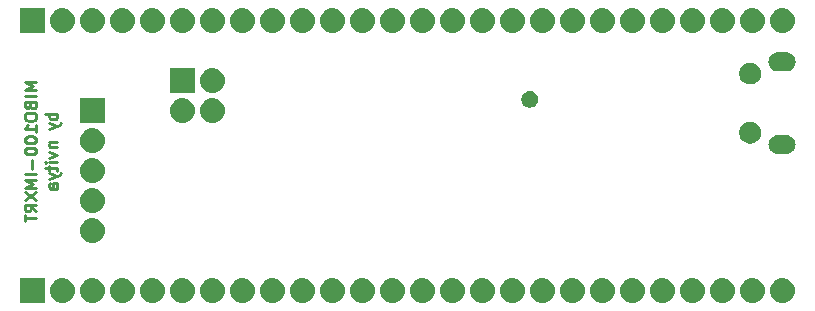
<source format=gbs>
G04 #@! TF.GenerationSoftware,KiCad,Pcbnew,(5.0.0)*
G04 #@! TF.CreationDate,2018-11-21T21:11:44+01:00*
G04 #@! TF.ProjectId,mibo100_imxrt,6D69626F3130305F696D7872742E6B69,rev?*
G04 #@! TF.SameCoordinates,PX695f190PY429d390*
G04 #@! TF.FileFunction,Soldermask,Bot*
G04 #@! TF.FilePolarity,Negative*
%FSLAX46Y46*%
G04 Gerber Fmt 4.6, Leading zero omitted, Abs format (unit mm)*
G04 Created by KiCad (PCBNEW (5.0.0)) date 11/21/18 21:11:44*
%MOMM*%
%LPD*%
G01*
G04 APERTURE LIST*
%ADD10C,0.250000*%
%ADD11C,0.100000*%
G04 APERTURE END LIST*
D10*
X1609380Y-6509476D02*
X609380Y-6509476D01*
X1323666Y-6842809D01*
X609380Y-7176142D01*
X1609380Y-7176142D01*
X1609380Y-7652333D02*
X609380Y-7652333D01*
X1085571Y-8461857D02*
X1133190Y-8604714D01*
X1180809Y-8652333D01*
X1276047Y-8699952D01*
X1418904Y-8699952D01*
X1514142Y-8652333D01*
X1561761Y-8604714D01*
X1609380Y-8509476D01*
X1609380Y-8128523D01*
X609380Y-8128523D01*
X609380Y-8461857D01*
X657000Y-8557095D01*
X704619Y-8604714D01*
X799857Y-8652333D01*
X895095Y-8652333D01*
X990333Y-8604714D01*
X1037952Y-8557095D01*
X1085571Y-8461857D01*
X1085571Y-8128523D01*
X609380Y-9319000D02*
X609380Y-9509476D01*
X657000Y-9604714D01*
X752238Y-9699952D01*
X942714Y-9747571D01*
X1276047Y-9747571D01*
X1466523Y-9699952D01*
X1561761Y-9604714D01*
X1609380Y-9509476D01*
X1609380Y-9319000D01*
X1561761Y-9223761D01*
X1466523Y-9128523D01*
X1276047Y-9080904D01*
X942714Y-9080904D01*
X752238Y-9128523D01*
X657000Y-9223761D01*
X609380Y-9319000D01*
X1609380Y-10699952D02*
X1609380Y-10128523D01*
X1609380Y-10414238D02*
X609380Y-10414238D01*
X752238Y-10319000D01*
X847476Y-10223761D01*
X895095Y-10128523D01*
X609380Y-11319000D02*
X609380Y-11414238D01*
X657000Y-11509476D01*
X704619Y-11557095D01*
X799857Y-11604714D01*
X990333Y-11652333D01*
X1228428Y-11652333D01*
X1418904Y-11604714D01*
X1514142Y-11557095D01*
X1561761Y-11509476D01*
X1609380Y-11414238D01*
X1609380Y-11319000D01*
X1561761Y-11223761D01*
X1514142Y-11176142D01*
X1418904Y-11128523D01*
X1228428Y-11080904D01*
X990333Y-11080904D01*
X799857Y-11128523D01*
X704619Y-11176142D01*
X657000Y-11223761D01*
X609380Y-11319000D01*
X609380Y-12271380D02*
X609380Y-12366619D01*
X657000Y-12461857D01*
X704619Y-12509476D01*
X799857Y-12557095D01*
X990333Y-12604714D01*
X1228428Y-12604714D01*
X1418904Y-12557095D01*
X1514142Y-12509476D01*
X1561761Y-12461857D01*
X1609380Y-12366619D01*
X1609380Y-12271380D01*
X1561761Y-12176142D01*
X1514142Y-12128523D01*
X1418904Y-12080904D01*
X1228428Y-12033285D01*
X990333Y-12033285D01*
X799857Y-12080904D01*
X704619Y-12128523D01*
X657000Y-12176142D01*
X609380Y-12271380D01*
X1228428Y-13033285D02*
X1228428Y-13795190D01*
X1609380Y-14271380D02*
X609380Y-14271380D01*
X1609380Y-14747571D02*
X609380Y-14747571D01*
X1323666Y-15080904D01*
X609380Y-15414238D01*
X1609380Y-15414238D01*
X609380Y-15795190D02*
X1609380Y-16461857D01*
X609380Y-16461857D02*
X1609380Y-15795190D01*
X1609380Y-17414238D02*
X1133190Y-17080904D01*
X1609380Y-16842809D02*
X609380Y-16842809D01*
X609380Y-17223761D01*
X657000Y-17319000D01*
X704619Y-17366619D01*
X799857Y-17414238D01*
X942714Y-17414238D01*
X1037952Y-17366619D01*
X1085571Y-17319000D01*
X1133190Y-17223761D01*
X1133190Y-16842809D01*
X609380Y-17699952D02*
X609380Y-18271380D01*
X1609380Y-17985666D02*
X609380Y-17985666D01*
X3359380Y-9152333D02*
X2359380Y-9152333D01*
X2740333Y-9152333D02*
X2692714Y-9247571D01*
X2692714Y-9438047D01*
X2740333Y-9533285D01*
X2787952Y-9580904D01*
X2883190Y-9628523D01*
X3168904Y-9628523D01*
X3264142Y-9580904D01*
X3311761Y-9533285D01*
X3359380Y-9438047D01*
X3359380Y-9247571D01*
X3311761Y-9152333D01*
X2692714Y-9961857D02*
X3359380Y-10199952D01*
X2692714Y-10438047D02*
X3359380Y-10199952D01*
X3597476Y-10104714D01*
X3645095Y-10057095D01*
X3692714Y-9961857D01*
X2692714Y-11580904D02*
X3359380Y-11580904D01*
X2787952Y-11580904D02*
X2740333Y-11628523D01*
X2692714Y-11723761D01*
X2692714Y-11866619D01*
X2740333Y-11961857D01*
X2835571Y-12009476D01*
X3359380Y-12009476D01*
X2692714Y-12390428D02*
X3359380Y-12628523D01*
X2692714Y-12866619D01*
X3359380Y-13247571D02*
X2692714Y-13247571D01*
X2359380Y-13247571D02*
X2407000Y-13199952D01*
X2454619Y-13247571D01*
X2407000Y-13295190D01*
X2359380Y-13247571D01*
X2454619Y-13247571D01*
X2692714Y-13580904D02*
X2692714Y-13961857D01*
X2359380Y-13723761D02*
X3216523Y-13723761D01*
X3311761Y-13771380D01*
X3359380Y-13866619D01*
X3359380Y-13961857D01*
X2692714Y-14199952D02*
X3359380Y-14438047D01*
X2692714Y-14676142D02*
X3359380Y-14438047D01*
X3597476Y-14342809D01*
X3645095Y-14295190D01*
X3692714Y-14199952D01*
X3359380Y-15485666D02*
X2835571Y-15485666D01*
X2740333Y-15438047D01*
X2692714Y-15342809D01*
X2692714Y-15152333D01*
X2740333Y-15057095D01*
X3311761Y-15485666D02*
X3359380Y-15390428D01*
X3359380Y-15152333D01*
X3311761Y-15057095D01*
X3216523Y-15009476D01*
X3121285Y-15009476D01*
X3026047Y-15057095D01*
X2978428Y-15152333D01*
X2978428Y-15390428D01*
X2930809Y-15485666D01*
D11*
G36*
X21718707Y-23087596D02*
X21795836Y-23095193D01*
X21927787Y-23135220D01*
X21993763Y-23155233D01*
X22176172Y-23252733D01*
X22336054Y-23383946D01*
X22467267Y-23543828D01*
X22564767Y-23726237D01*
X22564767Y-23726238D01*
X22624807Y-23924164D01*
X22645080Y-24130000D01*
X22624807Y-24335836D01*
X22584780Y-24467787D01*
X22564767Y-24533763D01*
X22467267Y-24716172D01*
X22336054Y-24876054D01*
X22176172Y-25007267D01*
X21993763Y-25104767D01*
X21927787Y-25124780D01*
X21795836Y-25164807D01*
X21718707Y-25172403D01*
X21641580Y-25180000D01*
X21538420Y-25180000D01*
X21461293Y-25172403D01*
X21384164Y-25164807D01*
X21252213Y-25124780D01*
X21186237Y-25104767D01*
X21003828Y-25007267D01*
X20843946Y-24876054D01*
X20712733Y-24716172D01*
X20615233Y-24533763D01*
X20595220Y-24467787D01*
X20555193Y-24335836D01*
X20534920Y-24130000D01*
X20555193Y-23924164D01*
X20615233Y-23726238D01*
X20615233Y-23726237D01*
X20712733Y-23543828D01*
X20843946Y-23383946D01*
X21003828Y-23252733D01*
X21186237Y-23155233D01*
X21252213Y-23135220D01*
X21384164Y-23095193D01*
X21461293Y-23087596D01*
X21538420Y-23080000D01*
X21641580Y-23080000D01*
X21718707Y-23087596D01*
X21718707Y-23087596D01*
G37*
G36*
X31878707Y-23087596D02*
X31955836Y-23095193D01*
X32087787Y-23135220D01*
X32153763Y-23155233D01*
X32336172Y-23252733D01*
X32496054Y-23383946D01*
X32627267Y-23543828D01*
X32724767Y-23726237D01*
X32724767Y-23726238D01*
X32784807Y-23924164D01*
X32805080Y-24130000D01*
X32784807Y-24335836D01*
X32744780Y-24467787D01*
X32724767Y-24533763D01*
X32627267Y-24716172D01*
X32496054Y-24876054D01*
X32336172Y-25007267D01*
X32153763Y-25104767D01*
X32087787Y-25124780D01*
X31955836Y-25164807D01*
X31878707Y-25172403D01*
X31801580Y-25180000D01*
X31698420Y-25180000D01*
X31621293Y-25172403D01*
X31544164Y-25164807D01*
X31412213Y-25124780D01*
X31346237Y-25104767D01*
X31163828Y-25007267D01*
X31003946Y-24876054D01*
X30872733Y-24716172D01*
X30775233Y-24533763D01*
X30755220Y-24467787D01*
X30715193Y-24335836D01*
X30694920Y-24130000D01*
X30715193Y-23924164D01*
X30775233Y-23726238D01*
X30775233Y-23726237D01*
X30872733Y-23543828D01*
X31003946Y-23383946D01*
X31163828Y-23252733D01*
X31346237Y-23155233D01*
X31412213Y-23135220D01*
X31544164Y-23095193D01*
X31621293Y-23087596D01*
X31698420Y-23080000D01*
X31801580Y-23080000D01*
X31878707Y-23087596D01*
X31878707Y-23087596D01*
G37*
G36*
X2320000Y-25180000D02*
X220000Y-25180000D01*
X220000Y-23080000D01*
X2320000Y-23080000D01*
X2320000Y-25180000D01*
X2320000Y-25180000D01*
G37*
G36*
X3938707Y-23087596D02*
X4015836Y-23095193D01*
X4147787Y-23135220D01*
X4213763Y-23155233D01*
X4396172Y-23252733D01*
X4556054Y-23383946D01*
X4687267Y-23543828D01*
X4784767Y-23726237D01*
X4784767Y-23726238D01*
X4844807Y-23924164D01*
X4865080Y-24130000D01*
X4844807Y-24335836D01*
X4804780Y-24467787D01*
X4784767Y-24533763D01*
X4687267Y-24716172D01*
X4556054Y-24876054D01*
X4396172Y-25007267D01*
X4213763Y-25104767D01*
X4147787Y-25124780D01*
X4015836Y-25164807D01*
X3938707Y-25172403D01*
X3861580Y-25180000D01*
X3758420Y-25180000D01*
X3681293Y-25172403D01*
X3604164Y-25164807D01*
X3472213Y-25124780D01*
X3406237Y-25104767D01*
X3223828Y-25007267D01*
X3063946Y-24876054D01*
X2932733Y-24716172D01*
X2835233Y-24533763D01*
X2815220Y-24467787D01*
X2775193Y-24335836D01*
X2754920Y-24130000D01*
X2775193Y-23924164D01*
X2835233Y-23726238D01*
X2835233Y-23726237D01*
X2932733Y-23543828D01*
X3063946Y-23383946D01*
X3223828Y-23252733D01*
X3406237Y-23155233D01*
X3472213Y-23135220D01*
X3604164Y-23095193D01*
X3681293Y-23087596D01*
X3758420Y-23080000D01*
X3861580Y-23080000D01*
X3938707Y-23087596D01*
X3938707Y-23087596D01*
G37*
G36*
X6478707Y-23087596D02*
X6555836Y-23095193D01*
X6687787Y-23135220D01*
X6753763Y-23155233D01*
X6936172Y-23252733D01*
X7096054Y-23383946D01*
X7227267Y-23543828D01*
X7324767Y-23726237D01*
X7324767Y-23726238D01*
X7384807Y-23924164D01*
X7405080Y-24130000D01*
X7384807Y-24335836D01*
X7344780Y-24467787D01*
X7324767Y-24533763D01*
X7227267Y-24716172D01*
X7096054Y-24876054D01*
X6936172Y-25007267D01*
X6753763Y-25104767D01*
X6687787Y-25124780D01*
X6555836Y-25164807D01*
X6478707Y-25172403D01*
X6401580Y-25180000D01*
X6298420Y-25180000D01*
X6221293Y-25172403D01*
X6144164Y-25164807D01*
X6012213Y-25124780D01*
X5946237Y-25104767D01*
X5763828Y-25007267D01*
X5603946Y-24876054D01*
X5472733Y-24716172D01*
X5375233Y-24533763D01*
X5355220Y-24467787D01*
X5315193Y-24335836D01*
X5294920Y-24130000D01*
X5315193Y-23924164D01*
X5375233Y-23726238D01*
X5375233Y-23726237D01*
X5472733Y-23543828D01*
X5603946Y-23383946D01*
X5763828Y-23252733D01*
X5946237Y-23155233D01*
X6012213Y-23135220D01*
X6144164Y-23095193D01*
X6221293Y-23087596D01*
X6298420Y-23080000D01*
X6401580Y-23080000D01*
X6478707Y-23087596D01*
X6478707Y-23087596D01*
G37*
G36*
X9018707Y-23087596D02*
X9095836Y-23095193D01*
X9227787Y-23135220D01*
X9293763Y-23155233D01*
X9476172Y-23252733D01*
X9636054Y-23383946D01*
X9767267Y-23543828D01*
X9864767Y-23726237D01*
X9864767Y-23726238D01*
X9924807Y-23924164D01*
X9945080Y-24130000D01*
X9924807Y-24335836D01*
X9884780Y-24467787D01*
X9864767Y-24533763D01*
X9767267Y-24716172D01*
X9636054Y-24876054D01*
X9476172Y-25007267D01*
X9293763Y-25104767D01*
X9227787Y-25124780D01*
X9095836Y-25164807D01*
X9018707Y-25172403D01*
X8941580Y-25180000D01*
X8838420Y-25180000D01*
X8761293Y-25172403D01*
X8684164Y-25164807D01*
X8552213Y-25124780D01*
X8486237Y-25104767D01*
X8303828Y-25007267D01*
X8143946Y-24876054D01*
X8012733Y-24716172D01*
X7915233Y-24533763D01*
X7895220Y-24467787D01*
X7855193Y-24335836D01*
X7834920Y-24130000D01*
X7855193Y-23924164D01*
X7915233Y-23726238D01*
X7915233Y-23726237D01*
X8012733Y-23543828D01*
X8143946Y-23383946D01*
X8303828Y-23252733D01*
X8486237Y-23155233D01*
X8552213Y-23135220D01*
X8684164Y-23095193D01*
X8761293Y-23087596D01*
X8838420Y-23080000D01*
X8941580Y-23080000D01*
X9018707Y-23087596D01*
X9018707Y-23087596D01*
G37*
G36*
X11558707Y-23087596D02*
X11635836Y-23095193D01*
X11767787Y-23135220D01*
X11833763Y-23155233D01*
X12016172Y-23252733D01*
X12176054Y-23383946D01*
X12307267Y-23543828D01*
X12404767Y-23726237D01*
X12404767Y-23726238D01*
X12464807Y-23924164D01*
X12485080Y-24130000D01*
X12464807Y-24335836D01*
X12424780Y-24467787D01*
X12404767Y-24533763D01*
X12307267Y-24716172D01*
X12176054Y-24876054D01*
X12016172Y-25007267D01*
X11833763Y-25104767D01*
X11767787Y-25124780D01*
X11635836Y-25164807D01*
X11558707Y-25172403D01*
X11481580Y-25180000D01*
X11378420Y-25180000D01*
X11301293Y-25172403D01*
X11224164Y-25164807D01*
X11092213Y-25124780D01*
X11026237Y-25104767D01*
X10843828Y-25007267D01*
X10683946Y-24876054D01*
X10552733Y-24716172D01*
X10455233Y-24533763D01*
X10435220Y-24467787D01*
X10395193Y-24335836D01*
X10374920Y-24130000D01*
X10395193Y-23924164D01*
X10455233Y-23726238D01*
X10455233Y-23726237D01*
X10552733Y-23543828D01*
X10683946Y-23383946D01*
X10843828Y-23252733D01*
X11026237Y-23155233D01*
X11092213Y-23135220D01*
X11224164Y-23095193D01*
X11301293Y-23087596D01*
X11378420Y-23080000D01*
X11481580Y-23080000D01*
X11558707Y-23087596D01*
X11558707Y-23087596D01*
G37*
G36*
X14098707Y-23087596D02*
X14175836Y-23095193D01*
X14307787Y-23135220D01*
X14373763Y-23155233D01*
X14556172Y-23252733D01*
X14716054Y-23383946D01*
X14847267Y-23543828D01*
X14944767Y-23726237D01*
X14944767Y-23726238D01*
X15004807Y-23924164D01*
X15025080Y-24130000D01*
X15004807Y-24335836D01*
X14964780Y-24467787D01*
X14944767Y-24533763D01*
X14847267Y-24716172D01*
X14716054Y-24876054D01*
X14556172Y-25007267D01*
X14373763Y-25104767D01*
X14307787Y-25124780D01*
X14175836Y-25164807D01*
X14098707Y-25172403D01*
X14021580Y-25180000D01*
X13918420Y-25180000D01*
X13841293Y-25172403D01*
X13764164Y-25164807D01*
X13632213Y-25124780D01*
X13566237Y-25104767D01*
X13383828Y-25007267D01*
X13223946Y-24876054D01*
X13092733Y-24716172D01*
X12995233Y-24533763D01*
X12975220Y-24467787D01*
X12935193Y-24335836D01*
X12914920Y-24130000D01*
X12935193Y-23924164D01*
X12995233Y-23726238D01*
X12995233Y-23726237D01*
X13092733Y-23543828D01*
X13223946Y-23383946D01*
X13383828Y-23252733D01*
X13566237Y-23155233D01*
X13632213Y-23135220D01*
X13764164Y-23095193D01*
X13841293Y-23087596D01*
X13918420Y-23080000D01*
X14021580Y-23080000D01*
X14098707Y-23087596D01*
X14098707Y-23087596D01*
G37*
G36*
X16638707Y-23087596D02*
X16715836Y-23095193D01*
X16847787Y-23135220D01*
X16913763Y-23155233D01*
X17096172Y-23252733D01*
X17256054Y-23383946D01*
X17387267Y-23543828D01*
X17484767Y-23726237D01*
X17484767Y-23726238D01*
X17544807Y-23924164D01*
X17565080Y-24130000D01*
X17544807Y-24335836D01*
X17504780Y-24467787D01*
X17484767Y-24533763D01*
X17387267Y-24716172D01*
X17256054Y-24876054D01*
X17096172Y-25007267D01*
X16913763Y-25104767D01*
X16847787Y-25124780D01*
X16715836Y-25164807D01*
X16638707Y-25172403D01*
X16561580Y-25180000D01*
X16458420Y-25180000D01*
X16381293Y-25172403D01*
X16304164Y-25164807D01*
X16172213Y-25124780D01*
X16106237Y-25104767D01*
X15923828Y-25007267D01*
X15763946Y-24876054D01*
X15632733Y-24716172D01*
X15535233Y-24533763D01*
X15515220Y-24467787D01*
X15475193Y-24335836D01*
X15454920Y-24130000D01*
X15475193Y-23924164D01*
X15535233Y-23726238D01*
X15535233Y-23726237D01*
X15632733Y-23543828D01*
X15763946Y-23383946D01*
X15923828Y-23252733D01*
X16106237Y-23155233D01*
X16172213Y-23135220D01*
X16304164Y-23095193D01*
X16381293Y-23087596D01*
X16458420Y-23080000D01*
X16561580Y-23080000D01*
X16638707Y-23087596D01*
X16638707Y-23087596D01*
G37*
G36*
X19178707Y-23087596D02*
X19255836Y-23095193D01*
X19387787Y-23135220D01*
X19453763Y-23155233D01*
X19636172Y-23252733D01*
X19796054Y-23383946D01*
X19927267Y-23543828D01*
X20024767Y-23726237D01*
X20024767Y-23726238D01*
X20084807Y-23924164D01*
X20105080Y-24130000D01*
X20084807Y-24335836D01*
X20044780Y-24467787D01*
X20024767Y-24533763D01*
X19927267Y-24716172D01*
X19796054Y-24876054D01*
X19636172Y-25007267D01*
X19453763Y-25104767D01*
X19387787Y-25124780D01*
X19255836Y-25164807D01*
X19178707Y-25172403D01*
X19101580Y-25180000D01*
X18998420Y-25180000D01*
X18921293Y-25172403D01*
X18844164Y-25164807D01*
X18712213Y-25124780D01*
X18646237Y-25104767D01*
X18463828Y-25007267D01*
X18303946Y-24876054D01*
X18172733Y-24716172D01*
X18075233Y-24533763D01*
X18055220Y-24467787D01*
X18015193Y-24335836D01*
X17994920Y-24130000D01*
X18015193Y-23924164D01*
X18075233Y-23726238D01*
X18075233Y-23726237D01*
X18172733Y-23543828D01*
X18303946Y-23383946D01*
X18463828Y-23252733D01*
X18646237Y-23155233D01*
X18712213Y-23135220D01*
X18844164Y-23095193D01*
X18921293Y-23087596D01*
X18998420Y-23080000D01*
X19101580Y-23080000D01*
X19178707Y-23087596D01*
X19178707Y-23087596D01*
G37*
G36*
X24258707Y-23087596D02*
X24335836Y-23095193D01*
X24467787Y-23135220D01*
X24533763Y-23155233D01*
X24716172Y-23252733D01*
X24876054Y-23383946D01*
X25007267Y-23543828D01*
X25104767Y-23726237D01*
X25104767Y-23726238D01*
X25164807Y-23924164D01*
X25185080Y-24130000D01*
X25164807Y-24335836D01*
X25124780Y-24467787D01*
X25104767Y-24533763D01*
X25007267Y-24716172D01*
X24876054Y-24876054D01*
X24716172Y-25007267D01*
X24533763Y-25104767D01*
X24467787Y-25124780D01*
X24335836Y-25164807D01*
X24258707Y-25172403D01*
X24181580Y-25180000D01*
X24078420Y-25180000D01*
X24001293Y-25172403D01*
X23924164Y-25164807D01*
X23792213Y-25124780D01*
X23726237Y-25104767D01*
X23543828Y-25007267D01*
X23383946Y-24876054D01*
X23252733Y-24716172D01*
X23155233Y-24533763D01*
X23135220Y-24467787D01*
X23095193Y-24335836D01*
X23074920Y-24130000D01*
X23095193Y-23924164D01*
X23155233Y-23726238D01*
X23155233Y-23726237D01*
X23252733Y-23543828D01*
X23383946Y-23383946D01*
X23543828Y-23252733D01*
X23726237Y-23155233D01*
X23792213Y-23135220D01*
X23924164Y-23095193D01*
X24001293Y-23087596D01*
X24078420Y-23080000D01*
X24181580Y-23080000D01*
X24258707Y-23087596D01*
X24258707Y-23087596D01*
G37*
G36*
X26798707Y-23087596D02*
X26875836Y-23095193D01*
X27007787Y-23135220D01*
X27073763Y-23155233D01*
X27256172Y-23252733D01*
X27416054Y-23383946D01*
X27547267Y-23543828D01*
X27644767Y-23726237D01*
X27644767Y-23726238D01*
X27704807Y-23924164D01*
X27725080Y-24130000D01*
X27704807Y-24335836D01*
X27664780Y-24467787D01*
X27644767Y-24533763D01*
X27547267Y-24716172D01*
X27416054Y-24876054D01*
X27256172Y-25007267D01*
X27073763Y-25104767D01*
X27007787Y-25124780D01*
X26875836Y-25164807D01*
X26798707Y-25172403D01*
X26721580Y-25180000D01*
X26618420Y-25180000D01*
X26541293Y-25172403D01*
X26464164Y-25164807D01*
X26332213Y-25124780D01*
X26266237Y-25104767D01*
X26083828Y-25007267D01*
X25923946Y-24876054D01*
X25792733Y-24716172D01*
X25695233Y-24533763D01*
X25675220Y-24467787D01*
X25635193Y-24335836D01*
X25614920Y-24130000D01*
X25635193Y-23924164D01*
X25695233Y-23726238D01*
X25695233Y-23726237D01*
X25792733Y-23543828D01*
X25923946Y-23383946D01*
X26083828Y-23252733D01*
X26266237Y-23155233D01*
X26332213Y-23135220D01*
X26464164Y-23095193D01*
X26541293Y-23087596D01*
X26618420Y-23080000D01*
X26721580Y-23080000D01*
X26798707Y-23087596D01*
X26798707Y-23087596D01*
G37*
G36*
X29338707Y-23087596D02*
X29415836Y-23095193D01*
X29547787Y-23135220D01*
X29613763Y-23155233D01*
X29796172Y-23252733D01*
X29956054Y-23383946D01*
X30087267Y-23543828D01*
X30184767Y-23726237D01*
X30184767Y-23726238D01*
X30244807Y-23924164D01*
X30265080Y-24130000D01*
X30244807Y-24335836D01*
X30204780Y-24467787D01*
X30184767Y-24533763D01*
X30087267Y-24716172D01*
X29956054Y-24876054D01*
X29796172Y-25007267D01*
X29613763Y-25104767D01*
X29547787Y-25124780D01*
X29415836Y-25164807D01*
X29338707Y-25172403D01*
X29261580Y-25180000D01*
X29158420Y-25180000D01*
X29081293Y-25172403D01*
X29004164Y-25164807D01*
X28872213Y-25124780D01*
X28806237Y-25104767D01*
X28623828Y-25007267D01*
X28463946Y-24876054D01*
X28332733Y-24716172D01*
X28235233Y-24533763D01*
X28215220Y-24467787D01*
X28175193Y-24335836D01*
X28154920Y-24130000D01*
X28175193Y-23924164D01*
X28235233Y-23726238D01*
X28235233Y-23726237D01*
X28332733Y-23543828D01*
X28463946Y-23383946D01*
X28623828Y-23252733D01*
X28806237Y-23155233D01*
X28872213Y-23135220D01*
X29004164Y-23095193D01*
X29081293Y-23087596D01*
X29158420Y-23080000D01*
X29261580Y-23080000D01*
X29338707Y-23087596D01*
X29338707Y-23087596D01*
G37*
G36*
X57278707Y-23087596D02*
X57355836Y-23095193D01*
X57487787Y-23135220D01*
X57553763Y-23155233D01*
X57736172Y-23252733D01*
X57896054Y-23383946D01*
X58027267Y-23543828D01*
X58124767Y-23726237D01*
X58124767Y-23726238D01*
X58184807Y-23924164D01*
X58205080Y-24130000D01*
X58184807Y-24335836D01*
X58144780Y-24467787D01*
X58124767Y-24533763D01*
X58027267Y-24716172D01*
X57896054Y-24876054D01*
X57736172Y-25007267D01*
X57553763Y-25104767D01*
X57487787Y-25124780D01*
X57355836Y-25164807D01*
X57278707Y-25172403D01*
X57201580Y-25180000D01*
X57098420Y-25180000D01*
X57021293Y-25172403D01*
X56944164Y-25164807D01*
X56812213Y-25124780D01*
X56746237Y-25104767D01*
X56563828Y-25007267D01*
X56403946Y-24876054D01*
X56272733Y-24716172D01*
X56175233Y-24533763D01*
X56155220Y-24467787D01*
X56115193Y-24335836D01*
X56094920Y-24130000D01*
X56115193Y-23924164D01*
X56175233Y-23726238D01*
X56175233Y-23726237D01*
X56272733Y-23543828D01*
X56403946Y-23383946D01*
X56563828Y-23252733D01*
X56746237Y-23155233D01*
X56812213Y-23135220D01*
X56944164Y-23095193D01*
X57021293Y-23087596D01*
X57098420Y-23080000D01*
X57201580Y-23080000D01*
X57278707Y-23087596D01*
X57278707Y-23087596D01*
G37*
G36*
X64898707Y-23087596D02*
X64975836Y-23095193D01*
X65107787Y-23135220D01*
X65173763Y-23155233D01*
X65356172Y-23252733D01*
X65516054Y-23383946D01*
X65647267Y-23543828D01*
X65744767Y-23726237D01*
X65744767Y-23726238D01*
X65804807Y-23924164D01*
X65825080Y-24130000D01*
X65804807Y-24335836D01*
X65764780Y-24467787D01*
X65744767Y-24533763D01*
X65647267Y-24716172D01*
X65516054Y-24876054D01*
X65356172Y-25007267D01*
X65173763Y-25104767D01*
X65107787Y-25124780D01*
X64975836Y-25164807D01*
X64898707Y-25172403D01*
X64821580Y-25180000D01*
X64718420Y-25180000D01*
X64641293Y-25172403D01*
X64564164Y-25164807D01*
X64432213Y-25124780D01*
X64366237Y-25104767D01*
X64183828Y-25007267D01*
X64023946Y-24876054D01*
X63892733Y-24716172D01*
X63795233Y-24533763D01*
X63775220Y-24467787D01*
X63735193Y-24335836D01*
X63714920Y-24130000D01*
X63735193Y-23924164D01*
X63795233Y-23726238D01*
X63795233Y-23726237D01*
X63892733Y-23543828D01*
X64023946Y-23383946D01*
X64183828Y-23252733D01*
X64366237Y-23155233D01*
X64432213Y-23135220D01*
X64564164Y-23095193D01*
X64641293Y-23087596D01*
X64718420Y-23080000D01*
X64821580Y-23080000D01*
X64898707Y-23087596D01*
X64898707Y-23087596D01*
G37*
G36*
X62358707Y-23087596D02*
X62435836Y-23095193D01*
X62567787Y-23135220D01*
X62633763Y-23155233D01*
X62816172Y-23252733D01*
X62976054Y-23383946D01*
X63107267Y-23543828D01*
X63204767Y-23726237D01*
X63204767Y-23726238D01*
X63264807Y-23924164D01*
X63285080Y-24130000D01*
X63264807Y-24335836D01*
X63224780Y-24467787D01*
X63204767Y-24533763D01*
X63107267Y-24716172D01*
X62976054Y-24876054D01*
X62816172Y-25007267D01*
X62633763Y-25104767D01*
X62567787Y-25124780D01*
X62435836Y-25164807D01*
X62358707Y-25172403D01*
X62281580Y-25180000D01*
X62178420Y-25180000D01*
X62101293Y-25172403D01*
X62024164Y-25164807D01*
X61892213Y-25124780D01*
X61826237Y-25104767D01*
X61643828Y-25007267D01*
X61483946Y-24876054D01*
X61352733Y-24716172D01*
X61255233Y-24533763D01*
X61235220Y-24467787D01*
X61195193Y-24335836D01*
X61174920Y-24130000D01*
X61195193Y-23924164D01*
X61255233Y-23726238D01*
X61255233Y-23726237D01*
X61352733Y-23543828D01*
X61483946Y-23383946D01*
X61643828Y-23252733D01*
X61826237Y-23155233D01*
X61892213Y-23135220D01*
X62024164Y-23095193D01*
X62101293Y-23087596D01*
X62178420Y-23080000D01*
X62281580Y-23080000D01*
X62358707Y-23087596D01*
X62358707Y-23087596D01*
G37*
G36*
X59818707Y-23087596D02*
X59895836Y-23095193D01*
X60027787Y-23135220D01*
X60093763Y-23155233D01*
X60276172Y-23252733D01*
X60436054Y-23383946D01*
X60567267Y-23543828D01*
X60664767Y-23726237D01*
X60664767Y-23726238D01*
X60724807Y-23924164D01*
X60745080Y-24130000D01*
X60724807Y-24335836D01*
X60684780Y-24467787D01*
X60664767Y-24533763D01*
X60567267Y-24716172D01*
X60436054Y-24876054D01*
X60276172Y-25007267D01*
X60093763Y-25104767D01*
X60027787Y-25124780D01*
X59895836Y-25164807D01*
X59818707Y-25172403D01*
X59741580Y-25180000D01*
X59638420Y-25180000D01*
X59561293Y-25172403D01*
X59484164Y-25164807D01*
X59352213Y-25124780D01*
X59286237Y-25104767D01*
X59103828Y-25007267D01*
X58943946Y-24876054D01*
X58812733Y-24716172D01*
X58715233Y-24533763D01*
X58695220Y-24467787D01*
X58655193Y-24335836D01*
X58634920Y-24130000D01*
X58655193Y-23924164D01*
X58715233Y-23726238D01*
X58715233Y-23726237D01*
X58812733Y-23543828D01*
X58943946Y-23383946D01*
X59103828Y-23252733D01*
X59286237Y-23155233D01*
X59352213Y-23135220D01*
X59484164Y-23095193D01*
X59561293Y-23087596D01*
X59638420Y-23080000D01*
X59741580Y-23080000D01*
X59818707Y-23087596D01*
X59818707Y-23087596D01*
G37*
G36*
X34418707Y-23087596D02*
X34495836Y-23095193D01*
X34627787Y-23135220D01*
X34693763Y-23155233D01*
X34876172Y-23252733D01*
X35036054Y-23383946D01*
X35167267Y-23543828D01*
X35264767Y-23726237D01*
X35264767Y-23726238D01*
X35324807Y-23924164D01*
X35345080Y-24130000D01*
X35324807Y-24335836D01*
X35284780Y-24467787D01*
X35264767Y-24533763D01*
X35167267Y-24716172D01*
X35036054Y-24876054D01*
X34876172Y-25007267D01*
X34693763Y-25104767D01*
X34627787Y-25124780D01*
X34495836Y-25164807D01*
X34418707Y-25172403D01*
X34341580Y-25180000D01*
X34238420Y-25180000D01*
X34161293Y-25172403D01*
X34084164Y-25164807D01*
X33952213Y-25124780D01*
X33886237Y-25104767D01*
X33703828Y-25007267D01*
X33543946Y-24876054D01*
X33412733Y-24716172D01*
X33315233Y-24533763D01*
X33295220Y-24467787D01*
X33255193Y-24335836D01*
X33234920Y-24130000D01*
X33255193Y-23924164D01*
X33315233Y-23726238D01*
X33315233Y-23726237D01*
X33412733Y-23543828D01*
X33543946Y-23383946D01*
X33703828Y-23252733D01*
X33886237Y-23155233D01*
X33952213Y-23135220D01*
X34084164Y-23095193D01*
X34161293Y-23087596D01*
X34238420Y-23080000D01*
X34341580Y-23080000D01*
X34418707Y-23087596D01*
X34418707Y-23087596D01*
G37*
G36*
X54738707Y-23087596D02*
X54815836Y-23095193D01*
X54947787Y-23135220D01*
X55013763Y-23155233D01*
X55196172Y-23252733D01*
X55356054Y-23383946D01*
X55487267Y-23543828D01*
X55584767Y-23726237D01*
X55584767Y-23726238D01*
X55644807Y-23924164D01*
X55665080Y-24130000D01*
X55644807Y-24335836D01*
X55604780Y-24467787D01*
X55584767Y-24533763D01*
X55487267Y-24716172D01*
X55356054Y-24876054D01*
X55196172Y-25007267D01*
X55013763Y-25104767D01*
X54947787Y-25124780D01*
X54815836Y-25164807D01*
X54738707Y-25172403D01*
X54661580Y-25180000D01*
X54558420Y-25180000D01*
X54481293Y-25172403D01*
X54404164Y-25164807D01*
X54272213Y-25124780D01*
X54206237Y-25104767D01*
X54023828Y-25007267D01*
X53863946Y-24876054D01*
X53732733Y-24716172D01*
X53635233Y-24533763D01*
X53615220Y-24467787D01*
X53575193Y-24335836D01*
X53554920Y-24130000D01*
X53575193Y-23924164D01*
X53635233Y-23726238D01*
X53635233Y-23726237D01*
X53732733Y-23543828D01*
X53863946Y-23383946D01*
X54023828Y-23252733D01*
X54206237Y-23155233D01*
X54272213Y-23135220D01*
X54404164Y-23095193D01*
X54481293Y-23087596D01*
X54558420Y-23080000D01*
X54661580Y-23080000D01*
X54738707Y-23087596D01*
X54738707Y-23087596D01*
G37*
G36*
X52198707Y-23087596D02*
X52275836Y-23095193D01*
X52407787Y-23135220D01*
X52473763Y-23155233D01*
X52656172Y-23252733D01*
X52816054Y-23383946D01*
X52947267Y-23543828D01*
X53044767Y-23726237D01*
X53044767Y-23726238D01*
X53104807Y-23924164D01*
X53125080Y-24130000D01*
X53104807Y-24335836D01*
X53064780Y-24467787D01*
X53044767Y-24533763D01*
X52947267Y-24716172D01*
X52816054Y-24876054D01*
X52656172Y-25007267D01*
X52473763Y-25104767D01*
X52407787Y-25124780D01*
X52275836Y-25164807D01*
X52198707Y-25172403D01*
X52121580Y-25180000D01*
X52018420Y-25180000D01*
X51941293Y-25172403D01*
X51864164Y-25164807D01*
X51732213Y-25124780D01*
X51666237Y-25104767D01*
X51483828Y-25007267D01*
X51323946Y-24876054D01*
X51192733Y-24716172D01*
X51095233Y-24533763D01*
X51075220Y-24467787D01*
X51035193Y-24335836D01*
X51014920Y-24130000D01*
X51035193Y-23924164D01*
X51095233Y-23726238D01*
X51095233Y-23726237D01*
X51192733Y-23543828D01*
X51323946Y-23383946D01*
X51483828Y-23252733D01*
X51666237Y-23155233D01*
X51732213Y-23135220D01*
X51864164Y-23095193D01*
X51941293Y-23087596D01*
X52018420Y-23080000D01*
X52121580Y-23080000D01*
X52198707Y-23087596D01*
X52198707Y-23087596D01*
G37*
G36*
X49658707Y-23087596D02*
X49735836Y-23095193D01*
X49867787Y-23135220D01*
X49933763Y-23155233D01*
X50116172Y-23252733D01*
X50276054Y-23383946D01*
X50407267Y-23543828D01*
X50504767Y-23726237D01*
X50504767Y-23726238D01*
X50564807Y-23924164D01*
X50585080Y-24130000D01*
X50564807Y-24335836D01*
X50524780Y-24467787D01*
X50504767Y-24533763D01*
X50407267Y-24716172D01*
X50276054Y-24876054D01*
X50116172Y-25007267D01*
X49933763Y-25104767D01*
X49867787Y-25124780D01*
X49735836Y-25164807D01*
X49658707Y-25172403D01*
X49581580Y-25180000D01*
X49478420Y-25180000D01*
X49401293Y-25172403D01*
X49324164Y-25164807D01*
X49192213Y-25124780D01*
X49126237Y-25104767D01*
X48943828Y-25007267D01*
X48783946Y-24876054D01*
X48652733Y-24716172D01*
X48555233Y-24533763D01*
X48535220Y-24467787D01*
X48495193Y-24335836D01*
X48474920Y-24130000D01*
X48495193Y-23924164D01*
X48555233Y-23726238D01*
X48555233Y-23726237D01*
X48652733Y-23543828D01*
X48783946Y-23383946D01*
X48943828Y-23252733D01*
X49126237Y-23155233D01*
X49192213Y-23135220D01*
X49324164Y-23095193D01*
X49401293Y-23087596D01*
X49478420Y-23080000D01*
X49581580Y-23080000D01*
X49658707Y-23087596D01*
X49658707Y-23087596D01*
G37*
G36*
X47118707Y-23087596D02*
X47195836Y-23095193D01*
X47327787Y-23135220D01*
X47393763Y-23155233D01*
X47576172Y-23252733D01*
X47736054Y-23383946D01*
X47867267Y-23543828D01*
X47964767Y-23726237D01*
X47964767Y-23726238D01*
X48024807Y-23924164D01*
X48045080Y-24130000D01*
X48024807Y-24335836D01*
X47984780Y-24467787D01*
X47964767Y-24533763D01*
X47867267Y-24716172D01*
X47736054Y-24876054D01*
X47576172Y-25007267D01*
X47393763Y-25104767D01*
X47327787Y-25124780D01*
X47195836Y-25164807D01*
X47118707Y-25172403D01*
X47041580Y-25180000D01*
X46938420Y-25180000D01*
X46861293Y-25172403D01*
X46784164Y-25164807D01*
X46652213Y-25124780D01*
X46586237Y-25104767D01*
X46403828Y-25007267D01*
X46243946Y-24876054D01*
X46112733Y-24716172D01*
X46015233Y-24533763D01*
X45995220Y-24467787D01*
X45955193Y-24335836D01*
X45934920Y-24130000D01*
X45955193Y-23924164D01*
X46015233Y-23726238D01*
X46015233Y-23726237D01*
X46112733Y-23543828D01*
X46243946Y-23383946D01*
X46403828Y-23252733D01*
X46586237Y-23155233D01*
X46652213Y-23135220D01*
X46784164Y-23095193D01*
X46861293Y-23087596D01*
X46938420Y-23080000D01*
X47041580Y-23080000D01*
X47118707Y-23087596D01*
X47118707Y-23087596D01*
G37*
G36*
X44578707Y-23087596D02*
X44655836Y-23095193D01*
X44787787Y-23135220D01*
X44853763Y-23155233D01*
X45036172Y-23252733D01*
X45196054Y-23383946D01*
X45327267Y-23543828D01*
X45424767Y-23726237D01*
X45424767Y-23726238D01*
X45484807Y-23924164D01*
X45505080Y-24130000D01*
X45484807Y-24335836D01*
X45444780Y-24467787D01*
X45424767Y-24533763D01*
X45327267Y-24716172D01*
X45196054Y-24876054D01*
X45036172Y-25007267D01*
X44853763Y-25104767D01*
X44787787Y-25124780D01*
X44655836Y-25164807D01*
X44578707Y-25172403D01*
X44501580Y-25180000D01*
X44398420Y-25180000D01*
X44321293Y-25172403D01*
X44244164Y-25164807D01*
X44112213Y-25124780D01*
X44046237Y-25104767D01*
X43863828Y-25007267D01*
X43703946Y-24876054D01*
X43572733Y-24716172D01*
X43475233Y-24533763D01*
X43455220Y-24467787D01*
X43415193Y-24335836D01*
X43394920Y-24130000D01*
X43415193Y-23924164D01*
X43475233Y-23726238D01*
X43475233Y-23726237D01*
X43572733Y-23543828D01*
X43703946Y-23383946D01*
X43863828Y-23252733D01*
X44046237Y-23155233D01*
X44112213Y-23135220D01*
X44244164Y-23095193D01*
X44321293Y-23087596D01*
X44398420Y-23080000D01*
X44501580Y-23080000D01*
X44578707Y-23087596D01*
X44578707Y-23087596D01*
G37*
G36*
X42038707Y-23087596D02*
X42115836Y-23095193D01*
X42247787Y-23135220D01*
X42313763Y-23155233D01*
X42496172Y-23252733D01*
X42656054Y-23383946D01*
X42787267Y-23543828D01*
X42884767Y-23726237D01*
X42884767Y-23726238D01*
X42944807Y-23924164D01*
X42965080Y-24130000D01*
X42944807Y-24335836D01*
X42904780Y-24467787D01*
X42884767Y-24533763D01*
X42787267Y-24716172D01*
X42656054Y-24876054D01*
X42496172Y-25007267D01*
X42313763Y-25104767D01*
X42247787Y-25124780D01*
X42115836Y-25164807D01*
X42038707Y-25172403D01*
X41961580Y-25180000D01*
X41858420Y-25180000D01*
X41781293Y-25172403D01*
X41704164Y-25164807D01*
X41572213Y-25124780D01*
X41506237Y-25104767D01*
X41323828Y-25007267D01*
X41163946Y-24876054D01*
X41032733Y-24716172D01*
X40935233Y-24533763D01*
X40915220Y-24467787D01*
X40875193Y-24335836D01*
X40854920Y-24130000D01*
X40875193Y-23924164D01*
X40935233Y-23726238D01*
X40935233Y-23726237D01*
X41032733Y-23543828D01*
X41163946Y-23383946D01*
X41323828Y-23252733D01*
X41506237Y-23155233D01*
X41572213Y-23135220D01*
X41704164Y-23095193D01*
X41781293Y-23087596D01*
X41858420Y-23080000D01*
X41961580Y-23080000D01*
X42038707Y-23087596D01*
X42038707Y-23087596D01*
G37*
G36*
X39498707Y-23087596D02*
X39575836Y-23095193D01*
X39707787Y-23135220D01*
X39773763Y-23155233D01*
X39956172Y-23252733D01*
X40116054Y-23383946D01*
X40247267Y-23543828D01*
X40344767Y-23726237D01*
X40344767Y-23726238D01*
X40404807Y-23924164D01*
X40425080Y-24130000D01*
X40404807Y-24335836D01*
X40364780Y-24467787D01*
X40344767Y-24533763D01*
X40247267Y-24716172D01*
X40116054Y-24876054D01*
X39956172Y-25007267D01*
X39773763Y-25104767D01*
X39707787Y-25124780D01*
X39575836Y-25164807D01*
X39498707Y-25172403D01*
X39421580Y-25180000D01*
X39318420Y-25180000D01*
X39241293Y-25172403D01*
X39164164Y-25164807D01*
X39032213Y-25124780D01*
X38966237Y-25104767D01*
X38783828Y-25007267D01*
X38623946Y-24876054D01*
X38492733Y-24716172D01*
X38395233Y-24533763D01*
X38375220Y-24467787D01*
X38335193Y-24335836D01*
X38314920Y-24130000D01*
X38335193Y-23924164D01*
X38395233Y-23726238D01*
X38395233Y-23726237D01*
X38492733Y-23543828D01*
X38623946Y-23383946D01*
X38783828Y-23252733D01*
X38966237Y-23155233D01*
X39032213Y-23135220D01*
X39164164Y-23095193D01*
X39241293Y-23087596D01*
X39318420Y-23080000D01*
X39421580Y-23080000D01*
X39498707Y-23087596D01*
X39498707Y-23087596D01*
G37*
G36*
X36958707Y-23087596D02*
X37035836Y-23095193D01*
X37167787Y-23135220D01*
X37233763Y-23155233D01*
X37416172Y-23252733D01*
X37576054Y-23383946D01*
X37707267Y-23543828D01*
X37804767Y-23726237D01*
X37804767Y-23726238D01*
X37864807Y-23924164D01*
X37885080Y-24130000D01*
X37864807Y-24335836D01*
X37824780Y-24467787D01*
X37804767Y-24533763D01*
X37707267Y-24716172D01*
X37576054Y-24876054D01*
X37416172Y-25007267D01*
X37233763Y-25104767D01*
X37167787Y-25124780D01*
X37035836Y-25164807D01*
X36958707Y-25172403D01*
X36881580Y-25180000D01*
X36778420Y-25180000D01*
X36701293Y-25172403D01*
X36624164Y-25164807D01*
X36492213Y-25124780D01*
X36426237Y-25104767D01*
X36243828Y-25007267D01*
X36083946Y-24876054D01*
X35952733Y-24716172D01*
X35855233Y-24533763D01*
X35835220Y-24467787D01*
X35795193Y-24335836D01*
X35774920Y-24130000D01*
X35795193Y-23924164D01*
X35855233Y-23726238D01*
X35855233Y-23726237D01*
X35952733Y-23543828D01*
X36083946Y-23383946D01*
X36243828Y-23252733D01*
X36426237Y-23155233D01*
X36492213Y-23135220D01*
X36624164Y-23095193D01*
X36701293Y-23087596D01*
X36778420Y-23080000D01*
X36881580Y-23080000D01*
X36958707Y-23087596D01*
X36958707Y-23087596D01*
G37*
G36*
X6478707Y-18007596D02*
X6555836Y-18015193D01*
X6687787Y-18055220D01*
X6753763Y-18075233D01*
X6936172Y-18172733D01*
X7096054Y-18303946D01*
X7227267Y-18463828D01*
X7324767Y-18646237D01*
X7324767Y-18646238D01*
X7384807Y-18844164D01*
X7405080Y-19050000D01*
X7384807Y-19255836D01*
X7344780Y-19387787D01*
X7324767Y-19453763D01*
X7227267Y-19636172D01*
X7096054Y-19796054D01*
X6936172Y-19927267D01*
X6753763Y-20024767D01*
X6687787Y-20044780D01*
X6555836Y-20084807D01*
X6478707Y-20092403D01*
X6401580Y-20100000D01*
X6298420Y-20100000D01*
X6221293Y-20092403D01*
X6144164Y-20084807D01*
X6012213Y-20044780D01*
X5946237Y-20024767D01*
X5763828Y-19927267D01*
X5603946Y-19796054D01*
X5472733Y-19636172D01*
X5375233Y-19453763D01*
X5355220Y-19387787D01*
X5315193Y-19255836D01*
X5294920Y-19050000D01*
X5315193Y-18844164D01*
X5375233Y-18646238D01*
X5375233Y-18646237D01*
X5472733Y-18463828D01*
X5603946Y-18303946D01*
X5763828Y-18172733D01*
X5946237Y-18075233D01*
X6012213Y-18055220D01*
X6144164Y-18015193D01*
X6221293Y-18007596D01*
X6298420Y-18000000D01*
X6401580Y-18000000D01*
X6478707Y-18007596D01*
X6478707Y-18007596D01*
G37*
G36*
X6478707Y-15467597D02*
X6555836Y-15475193D01*
X6687787Y-15515220D01*
X6753763Y-15535233D01*
X6936172Y-15632733D01*
X7096054Y-15763946D01*
X7227267Y-15923828D01*
X7324767Y-16106237D01*
X7324767Y-16106238D01*
X7384807Y-16304164D01*
X7405080Y-16510000D01*
X7384807Y-16715836D01*
X7344780Y-16847787D01*
X7324767Y-16913763D01*
X7227267Y-17096172D01*
X7096054Y-17256054D01*
X6936172Y-17387267D01*
X6753763Y-17484767D01*
X6687787Y-17504780D01*
X6555836Y-17544807D01*
X6478707Y-17552404D01*
X6401580Y-17560000D01*
X6298420Y-17560000D01*
X6221293Y-17552404D01*
X6144164Y-17544807D01*
X6012213Y-17504780D01*
X5946237Y-17484767D01*
X5763828Y-17387267D01*
X5603946Y-17256054D01*
X5472733Y-17096172D01*
X5375233Y-16913763D01*
X5355220Y-16847787D01*
X5315193Y-16715836D01*
X5294920Y-16510000D01*
X5315193Y-16304164D01*
X5375233Y-16106238D01*
X5375233Y-16106237D01*
X5472733Y-15923828D01*
X5603946Y-15763946D01*
X5763828Y-15632733D01*
X5946237Y-15535233D01*
X6012213Y-15515220D01*
X6144164Y-15475193D01*
X6221293Y-15467597D01*
X6298420Y-15460000D01*
X6401580Y-15460000D01*
X6478707Y-15467597D01*
X6478707Y-15467597D01*
G37*
G36*
X6478707Y-12927596D02*
X6555836Y-12935193D01*
X6687787Y-12975220D01*
X6753763Y-12995233D01*
X6936172Y-13092733D01*
X7096054Y-13223946D01*
X7227267Y-13383828D01*
X7324767Y-13566237D01*
X7324767Y-13566238D01*
X7384807Y-13764164D01*
X7405080Y-13970000D01*
X7384807Y-14175836D01*
X7344780Y-14307787D01*
X7324767Y-14373763D01*
X7227267Y-14556172D01*
X7096054Y-14716054D01*
X6936172Y-14847267D01*
X6753763Y-14944767D01*
X6687787Y-14964780D01*
X6555836Y-15004807D01*
X6478707Y-15012403D01*
X6401580Y-15020000D01*
X6298420Y-15020000D01*
X6221293Y-15012403D01*
X6144164Y-15004807D01*
X6012213Y-14964780D01*
X5946237Y-14944767D01*
X5763828Y-14847267D01*
X5603946Y-14716054D01*
X5472733Y-14556172D01*
X5375233Y-14373763D01*
X5355220Y-14307787D01*
X5315193Y-14175836D01*
X5294920Y-13970000D01*
X5315193Y-13764164D01*
X5375233Y-13566238D01*
X5375233Y-13566237D01*
X5472733Y-13383828D01*
X5603946Y-13223946D01*
X5763828Y-13092733D01*
X5946237Y-12995233D01*
X6012213Y-12975220D01*
X6144164Y-12935193D01*
X6221293Y-12927596D01*
X6298420Y-12920000D01*
X6401580Y-12920000D01*
X6478707Y-12927596D01*
X6478707Y-12927596D01*
G37*
G36*
X65205149Y-10962717D02*
X65244327Y-10966576D01*
X65319727Y-10989448D01*
X65395129Y-11012321D01*
X65534108Y-11086608D01*
X65655922Y-11186578D01*
X65755892Y-11308392D01*
X65830179Y-11447371D01*
X65875924Y-11598174D01*
X65891370Y-11755000D01*
X65875924Y-11911826D01*
X65830179Y-12062629D01*
X65755892Y-12201608D01*
X65655922Y-12323422D01*
X65534108Y-12423392D01*
X65395129Y-12497679D01*
X65319728Y-12520551D01*
X65244327Y-12543424D01*
X65205149Y-12547283D01*
X65126795Y-12555000D01*
X64348205Y-12555000D01*
X64269851Y-12547283D01*
X64230673Y-12543424D01*
X64155272Y-12520551D01*
X64079871Y-12497679D01*
X63940892Y-12423392D01*
X63819078Y-12323422D01*
X63719108Y-12201608D01*
X63644821Y-12062629D01*
X63599076Y-11911826D01*
X63583630Y-11755000D01*
X63599076Y-11598174D01*
X63644821Y-11447371D01*
X63719108Y-11308392D01*
X63819078Y-11186578D01*
X63940892Y-11086608D01*
X64079871Y-11012321D01*
X64155273Y-10989448D01*
X64230673Y-10966576D01*
X64269851Y-10962717D01*
X64348205Y-10955000D01*
X65126795Y-10955000D01*
X65205149Y-10962717D01*
X65205149Y-10962717D01*
G37*
G36*
X6478707Y-10387597D02*
X6555836Y-10395193D01*
X6687787Y-10435220D01*
X6753763Y-10455233D01*
X6936172Y-10552733D01*
X7096054Y-10683946D01*
X7227267Y-10843828D01*
X7324767Y-11026237D01*
X7324767Y-11026238D01*
X7384807Y-11224164D01*
X7405080Y-11430000D01*
X7384807Y-11635836D01*
X7371410Y-11680000D01*
X7324767Y-11833763D01*
X7227267Y-12016172D01*
X7096054Y-12176054D01*
X6936172Y-12307267D01*
X6753763Y-12404767D01*
X6692363Y-12423392D01*
X6555836Y-12464807D01*
X6478707Y-12472404D01*
X6401580Y-12480000D01*
X6298420Y-12480000D01*
X6221293Y-12472404D01*
X6144164Y-12464807D01*
X6007637Y-12423392D01*
X5946237Y-12404767D01*
X5763828Y-12307267D01*
X5603946Y-12176054D01*
X5472733Y-12016172D01*
X5375233Y-11833763D01*
X5328590Y-11680000D01*
X5315193Y-11635836D01*
X5294920Y-11430000D01*
X5315193Y-11224164D01*
X5375233Y-11026238D01*
X5375233Y-11026237D01*
X5472733Y-10843828D01*
X5603946Y-10683946D01*
X5763828Y-10552733D01*
X5946237Y-10455233D01*
X6012213Y-10435220D01*
X6144164Y-10395193D01*
X6221293Y-10387597D01*
X6298420Y-10380000D01*
X6401580Y-10380000D01*
X6478707Y-10387597D01*
X6478707Y-10387597D01*
G37*
G36*
X62307311Y-9865546D02*
X62307314Y-9865547D01*
X62307313Y-9865547D01*
X62475652Y-9935275D01*
X62475653Y-9935276D01*
X62627156Y-10036507D01*
X62755993Y-10165344D01*
X62755995Y-10165347D01*
X62857225Y-10316848D01*
X62883383Y-10380000D01*
X62926954Y-10485189D01*
X62962500Y-10663894D01*
X62962500Y-10846106D01*
X62926954Y-11024811D01*
X62926953Y-11024813D01*
X62857225Y-11193152D01*
X62757360Y-11342611D01*
X62755993Y-11344656D01*
X62627156Y-11473493D01*
X62627153Y-11473495D01*
X62475652Y-11574725D01*
X62345448Y-11628657D01*
X62307311Y-11644454D01*
X62128606Y-11680000D01*
X61946394Y-11680000D01*
X61767689Y-11644454D01*
X61729552Y-11628657D01*
X61599348Y-11574725D01*
X61447847Y-11473495D01*
X61447844Y-11473493D01*
X61319007Y-11344656D01*
X61317640Y-11342611D01*
X61217775Y-11193152D01*
X61148047Y-11024813D01*
X61148046Y-11024811D01*
X61112500Y-10846106D01*
X61112500Y-10663894D01*
X61148046Y-10485189D01*
X61191617Y-10380000D01*
X61217775Y-10316848D01*
X61319005Y-10165347D01*
X61319007Y-10165344D01*
X61447844Y-10036507D01*
X61599347Y-9935276D01*
X61599348Y-9935275D01*
X61767687Y-9865547D01*
X61767686Y-9865547D01*
X61767689Y-9865546D01*
X61946394Y-9830000D01*
X62128606Y-9830000D01*
X62307311Y-9865546D01*
X62307311Y-9865546D01*
G37*
G36*
X16638707Y-7847597D02*
X16715836Y-7855193D01*
X16847787Y-7895220D01*
X16913763Y-7915233D01*
X17096172Y-8012733D01*
X17256054Y-8143946D01*
X17387267Y-8303828D01*
X17484767Y-8486237D01*
X17484767Y-8486238D01*
X17544807Y-8684164D01*
X17565080Y-8890000D01*
X17544807Y-9095836D01*
X17504780Y-9227787D01*
X17484767Y-9293763D01*
X17387267Y-9476172D01*
X17256054Y-9636054D01*
X17096172Y-9767267D01*
X16913763Y-9864767D01*
X16847787Y-9884780D01*
X16715836Y-9924807D01*
X16638707Y-9932403D01*
X16561580Y-9940000D01*
X16458420Y-9940000D01*
X16381293Y-9932403D01*
X16304164Y-9924807D01*
X16172213Y-9884780D01*
X16106237Y-9864767D01*
X15923828Y-9767267D01*
X15763946Y-9636054D01*
X15632733Y-9476172D01*
X15535233Y-9293763D01*
X15515220Y-9227787D01*
X15475193Y-9095836D01*
X15454920Y-8890000D01*
X15475193Y-8684164D01*
X15535233Y-8486238D01*
X15535233Y-8486237D01*
X15632733Y-8303828D01*
X15763946Y-8143946D01*
X15923828Y-8012733D01*
X16106237Y-7915233D01*
X16172213Y-7895220D01*
X16304164Y-7855193D01*
X16381293Y-7847597D01*
X16458420Y-7840000D01*
X16561580Y-7840000D01*
X16638707Y-7847597D01*
X16638707Y-7847597D01*
G37*
G36*
X14098707Y-7847597D02*
X14175836Y-7855193D01*
X14307787Y-7895220D01*
X14373763Y-7915233D01*
X14556172Y-8012733D01*
X14716054Y-8143946D01*
X14847267Y-8303828D01*
X14944767Y-8486237D01*
X14944767Y-8486238D01*
X15004807Y-8684164D01*
X15025080Y-8890000D01*
X15004807Y-9095836D01*
X14964780Y-9227787D01*
X14944767Y-9293763D01*
X14847267Y-9476172D01*
X14716054Y-9636054D01*
X14556172Y-9767267D01*
X14373763Y-9864767D01*
X14307787Y-9884780D01*
X14175836Y-9924807D01*
X14098707Y-9932403D01*
X14021580Y-9940000D01*
X13918420Y-9940000D01*
X13841293Y-9932403D01*
X13764164Y-9924807D01*
X13632213Y-9884780D01*
X13566237Y-9864767D01*
X13383828Y-9767267D01*
X13223946Y-9636054D01*
X13092733Y-9476172D01*
X12995233Y-9293763D01*
X12975220Y-9227787D01*
X12935193Y-9095836D01*
X12914920Y-8890000D01*
X12935193Y-8684164D01*
X12995233Y-8486238D01*
X12995233Y-8486237D01*
X13092733Y-8303828D01*
X13223946Y-8143946D01*
X13383828Y-8012733D01*
X13566237Y-7915233D01*
X13632213Y-7895220D01*
X13764164Y-7855193D01*
X13841293Y-7847597D01*
X13918420Y-7840000D01*
X14021580Y-7840000D01*
X14098707Y-7847597D01*
X14098707Y-7847597D01*
G37*
G36*
X7400000Y-9940000D02*
X5300000Y-9940000D01*
X5300000Y-7840000D01*
X7400000Y-7840000D01*
X7400000Y-9940000D01*
X7400000Y-9940000D01*
G37*
G36*
X43574683Y-7264400D02*
X43702074Y-7317168D01*
X43803304Y-7384807D01*
X43816725Y-7393775D01*
X43914225Y-7491275D01*
X43990832Y-7605926D01*
X44043600Y-7733317D01*
X44070500Y-7868555D01*
X44070500Y-8006445D01*
X44043600Y-8141683D01*
X43990832Y-8269074D01*
X43914226Y-8383724D01*
X43816724Y-8481226D01*
X43702074Y-8557832D01*
X43574683Y-8610600D01*
X43439445Y-8637500D01*
X43301555Y-8637500D01*
X43166317Y-8610600D01*
X43038926Y-8557832D01*
X42924276Y-8481226D01*
X42826774Y-8383724D01*
X42750168Y-8269074D01*
X42697400Y-8141683D01*
X42670500Y-8006445D01*
X42670500Y-7868555D01*
X42697400Y-7733317D01*
X42750168Y-7605926D01*
X42826775Y-7491275D01*
X42924275Y-7393775D01*
X42937697Y-7384807D01*
X43038926Y-7317168D01*
X43166317Y-7264400D01*
X43301555Y-7237500D01*
X43439445Y-7237500D01*
X43574683Y-7264400D01*
X43574683Y-7264400D01*
G37*
G36*
X16638707Y-5307597D02*
X16715836Y-5315193D01*
X16847787Y-5355220D01*
X16913763Y-5375233D01*
X17096172Y-5472733D01*
X17256054Y-5603946D01*
X17387267Y-5763828D01*
X17484767Y-5946237D01*
X17484767Y-5946238D01*
X17544807Y-6144164D01*
X17565080Y-6350000D01*
X17544807Y-6555836D01*
X17539077Y-6574724D01*
X17484767Y-6753763D01*
X17387267Y-6936172D01*
X17256054Y-7096054D01*
X17096172Y-7227267D01*
X16913763Y-7324767D01*
X16847787Y-7344780D01*
X16715836Y-7384807D01*
X16638707Y-7392404D01*
X16561580Y-7400000D01*
X16458420Y-7400000D01*
X16381293Y-7392404D01*
X16304164Y-7384807D01*
X16172213Y-7344780D01*
X16106237Y-7324767D01*
X15923828Y-7227267D01*
X15763946Y-7096054D01*
X15632733Y-6936172D01*
X15535233Y-6753763D01*
X15480923Y-6574724D01*
X15475193Y-6555836D01*
X15454920Y-6350000D01*
X15475193Y-6144164D01*
X15535233Y-5946238D01*
X15535233Y-5946237D01*
X15632733Y-5763828D01*
X15763946Y-5603946D01*
X15923828Y-5472733D01*
X16106237Y-5375233D01*
X16172213Y-5355220D01*
X16304164Y-5315193D01*
X16381293Y-5307597D01*
X16458420Y-5300000D01*
X16561580Y-5300000D01*
X16638707Y-5307597D01*
X16638707Y-5307597D01*
G37*
G36*
X15020000Y-7400000D02*
X12920000Y-7400000D01*
X12920000Y-5300000D01*
X15020000Y-5300000D01*
X15020000Y-7400000D01*
X15020000Y-7400000D01*
G37*
G36*
X62307311Y-4865546D02*
X62307314Y-4865547D01*
X62307313Y-4865547D01*
X62475652Y-4935275D01*
X62475653Y-4935276D01*
X62627156Y-5036507D01*
X62755993Y-5165344D01*
X62755995Y-5165347D01*
X62857225Y-5316848D01*
X62901357Y-5423392D01*
X62926954Y-5485189D01*
X62962500Y-5663894D01*
X62962500Y-5846106D01*
X62926954Y-6024811D01*
X62926953Y-6024813D01*
X62857225Y-6193152D01*
X62857224Y-6193153D01*
X62755993Y-6344656D01*
X62627156Y-6473493D01*
X62627153Y-6473495D01*
X62475652Y-6574725D01*
X62345448Y-6628657D01*
X62307311Y-6644454D01*
X62128606Y-6680000D01*
X61946394Y-6680000D01*
X61767689Y-6644454D01*
X61729552Y-6628657D01*
X61599348Y-6574725D01*
X61447847Y-6473495D01*
X61447844Y-6473493D01*
X61319007Y-6344656D01*
X61217776Y-6193153D01*
X61217775Y-6193152D01*
X61148047Y-6024813D01*
X61148046Y-6024811D01*
X61112500Y-5846106D01*
X61112500Y-5663894D01*
X61148046Y-5485189D01*
X61173643Y-5423392D01*
X61217775Y-5316848D01*
X61319005Y-5165347D01*
X61319007Y-5165344D01*
X61447844Y-5036507D01*
X61599347Y-4935276D01*
X61599348Y-4935275D01*
X61767687Y-4865547D01*
X61767686Y-4865547D01*
X61767689Y-4865546D01*
X61946394Y-4830000D01*
X62128606Y-4830000D01*
X62307311Y-4865546D01*
X62307311Y-4865546D01*
G37*
G36*
X65205149Y-3962717D02*
X65244327Y-3966576D01*
X65319727Y-3989448D01*
X65395129Y-4012321D01*
X65534108Y-4086608D01*
X65655922Y-4186578D01*
X65755892Y-4308392D01*
X65830179Y-4447371D01*
X65875924Y-4598174D01*
X65891370Y-4755000D01*
X65875924Y-4911826D01*
X65830179Y-5062629D01*
X65755892Y-5201608D01*
X65655922Y-5323422D01*
X65534108Y-5423392D01*
X65395129Y-5497679D01*
X65319727Y-5520552D01*
X65244327Y-5543424D01*
X65205149Y-5547283D01*
X65126795Y-5555000D01*
X64348205Y-5555000D01*
X64269851Y-5547283D01*
X64230673Y-5543424D01*
X64155273Y-5520552D01*
X64079871Y-5497679D01*
X63940892Y-5423392D01*
X63819078Y-5323422D01*
X63719108Y-5201608D01*
X63644821Y-5062629D01*
X63599076Y-4911826D01*
X63583630Y-4755000D01*
X63599076Y-4598174D01*
X63644821Y-4447371D01*
X63719108Y-4308392D01*
X63819078Y-4186578D01*
X63940892Y-4086608D01*
X64079871Y-4012321D01*
X64155273Y-3989448D01*
X64230673Y-3966576D01*
X64269851Y-3962717D01*
X64348205Y-3955000D01*
X65126795Y-3955000D01*
X65205149Y-3962717D01*
X65205149Y-3962717D01*
G37*
G36*
X44578707Y-227596D02*
X44655836Y-235193D01*
X44787787Y-275220D01*
X44853763Y-295233D01*
X45036172Y-392733D01*
X45196054Y-523946D01*
X45327267Y-683828D01*
X45424767Y-866237D01*
X45424767Y-866238D01*
X45484807Y-1064164D01*
X45505080Y-1270000D01*
X45484807Y-1475836D01*
X45444780Y-1607787D01*
X45424767Y-1673763D01*
X45327267Y-1856172D01*
X45196054Y-2016054D01*
X45036172Y-2147267D01*
X44853763Y-2244767D01*
X44787787Y-2264780D01*
X44655836Y-2304807D01*
X44578707Y-2312404D01*
X44501580Y-2320000D01*
X44398420Y-2320000D01*
X44321293Y-2312404D01*
X44244164Y-2304807D01*
X44112213Y-2264780D01*
X44046237Y-2244767D01*
X43863828Y-2147267D01*
X43703946Y-2016054D01*
X43572733Y-1856172D01*
X43475233Y-1673763D01*
X43455220Y-1607787D01*
X43415193Y-1475836D01*
X43394920Y-1270000D01*
X43415193Y-1064164D01*
X43475233Y-866238D01*
X43475233Y-866237D01*
X43572733Y-683828D01*
X43703946Y-523946D01*
X43863828Y-392733D01*
X44046237Y-295233D01*
X44112213Y-275220D01*
X44244164Y-235193D01*
X44321293Y-227596D01*
X44398420Y-220000D01*
X44501580Y-220000D01*
X44578707Y-227596D01*
X44578707Y-227596D01*
G37*
G36*
X2320000Y-2320000D02*
X220000Y-2320000D01*
X220000Y-220000D01*
X2320000Y-220000D01*
X2320000Y-2320000D01*
X2320000Y-2320000D01*
G37*
G36*
X47118707Y-227596D02*
X47195836Y-235193D01*
X47327787Y-275220D01*
X47393763Y-295233D01*
X47576172Y-392733D01*
X47736054Y-523946D01*
X47867267Y-683828D01*
X47964767Y-866237D01*
X47964767Y-866238D01*
X48024807Y-1064164D01*
X48045080Y-1270000D01*
X48024807Y-1475836D01*
X47984780Y-1607787D01*
X47964767Y-1673763D01*
X47867267Y-1856172D01*
X47736054Y-2016054D01*
X47576172Y-2147267D01*
X47393763Y-2244767D01*
X47327787Y-2264780D01*
X47195836Y-2304807D01*
X47118707Y-2312404D01*
X47041580Y-2320000D01*
X46938420Y-2320000D01*
X46861293Y-2312404D01*
X46784164Y-2304807D01*
X46652213Y-2264780D01*
X46586237Y-2244767D01*
X46403828Y-2147267D01*
X46243946Y-2016054D01*
X46112733Y-1856172D01*
X46015233Y-1673763D01*
X45995220Y-1607787D01*
X45955193Y-1475836D01*
X45934920Y-1270000D01*
X45955193Y-1064164D01*
X46015233Y-866238D01*
X46015233Y-866237D01*
X46112733Y-683828D01*
X46243946Y-523946D01*
X46403828Y-392733D01*
X46586237Y-295233D01*
X46652213Y-275220D01*
X46784164Y-235193D01*
X46861293Y-227596D01*
X46938420Y-220000D01*
X47041580Y-220000D01*
X47118707Y-227596D01*
X47118707Y-227596D01*
G37*
G36*
X49658707Y-227596D02*
X49735836Y-235193D01*
X49867787Y-275220D01*
X49933763Y-295233D01*
X50116172Y-392733D01*
X50276054Y-523946D01*
X50407267Y-683828D01*
X50504767Y-866237D01*
X50504767Y-866238D01*
X50564807Y-1064164D01*
X50585080Y-1270000D01*
X50564807Y-1475836D01*
X50524780Y-1607787D01*
X50504767Y-1673763D01*
X50407267Y-1856172D01*
X50276054Y-2016054D01*
X50116172Y-2147267D01*
X49933763Y-2244767D01*
X49867787Y-2264780D01*
X49735836Y-2304807D01*
X49658707Y-2312404D01*
X49581580Y-2320000D01*
X49478420Y-2320000D01*
X49401293Y-2312404D01*
X49324164Y-2304807D01*
X49192213Y-2264780D01*
X49126237Y-2244767D01*
X48943828Y-2147267D01*
X48783946Y-2016054D01*
X48652733Y-1856172D01*
X48555233Y-1673763D01*
X48535220Y-1607787D01*
X48495193Y-1475836D01*
X48474920Y-1270000D01*
X48495193Y-1064164D01*
X48555233Y-866238D01*
X48555233Y-866237D01*
X48652733Y-683828D01*
X48783946Y-523946D01*
X48943828Y-392733D01*
X49126237Y-295233D01*
X49192213Y-275220D01*
X49324164Y-235193D01*
X49401293Y-227596D01*
X49478420Y-220000D01*
X49581580Y-220000D01*
X49658707Y-227596D01*
X49658707Y-227596D01*
G37*
G36*
X52198707Y-227596D02*
X52275836Y-235193D01*
X52407787Y-275220D01*
X52473763Y-295233D01*
X52656172Y-392733D01*
X52816054Y-523946D01*
X52947267Y-683828D01*
X53044767Y-866237D01*
X53044767Y-866238D01*
X53104807Y-1064164D01*
X53125080Y-1270000D01*
X53104807Y-1475836D01*
X53064780Y-1607787D01*
X53044767Y-1673763D01*
X52947267Y-1856172D01*
X52816054Y-2016054D01*
X52656172Y-2147267D01*
X52473763Y-2244767D01*
X52407787Y-2264780D01*
X52275836Y-2304807D01*
X52198707Y-2312404D01*
X52121580Y-2320000D01*
X52018420Y-2320000D01*
X51941293Y-2312404D01*
X51864164Y-2304807D01*
X51732213Y-2264780D01*
X51666237Y-2244767D01*
X51483828Y-2147267D01*
X51323946Y-2016054D01*
X51192733Y-1856172D01*
X51095233Y-1673763D01*
X51075220Y-1607787D01*
X51035193Y-1475836D01*
X51014920Y-1270000D01*
X51035193Y-1064164D01*
X51095233Y-866238D01*
X51095233Y-866237D01*
X51192733Y-683828D01*
X51323946Y-523946D01*
X51483828Y-392733D01*
X51666237Y-295233D01*
X51732213Y-275220D01*
X51864164Y-235193D01*
X51941293Y-227596D01*
X52018420Y-220000D01*
X52121580Y-220000D01*
X52198707Y-227596D01*
X52198707Y-227596D01*
G37*
G36*
X54738707Y-227596D02*
X54815836Y-235193D01*
X54947787Y-275220D01*
X55013763Y-295233D01*
X55196172Y-392733D01*
X55356054Y-523946D01*
X55487267Y-683828D01*
X55584767Y-866237D01*
X55584767Y-866238D01*
X55644807Y-1064164D01*
X55665080Y-1270000D01*
X55644807Y-1475836D01*
X55604780Y-1607787D01*
X55584767Y-1673763D01*
X55487267Y-1856172D01*
X55356054Y-2016054D01*
X55196172Y-2147267D01*
X55013763Y-2244767D01*
X54947787Y-2264780D01*
X54815836Y-2304807D01*
X54738707Y-2312404D01*
X54661580Y-2320000D01*
X54558420Y-2320000D01*
X54481293Y-2312404D01*
X54404164Y-2304807D01*
X54272213Y-2264780D01*
X54206237Y-2244767D01*
X54023828Y-2147267D01*
X53863946Y-2016054D01*
X53732733Y-1856172D01*
X53635233Y-1673763D01*
X53615220Y-1607787D01*
X53575193Y-1475836D01*
X53554920Y-1270000D01*
X53575193Y-1064164D01*
X53635233Y-866238D01*
X53635233Y-866237D01*
X53732733Y-683828D01*
X53863946Y-523946D01*
X54023828Y-392733D01*
X54206237Y-295233D01*
X54272213Y-275220D01*
X54404164Y-235193D01*
X54481293Y-227596D01*
X54558420Y-220000D01*
X54661580Y-220000D01*
X54738707Y-227596D01*
X54738707Y-227596D01*
G37*
G36*
X57278707Y-227596D02*
X57355836Y-235193D01*
X57487787Y-275220D01*
X57553763Y-295233D01*
X57736172Y-392733D01*
X57896054Y-523946D01*
X58027267Y-683828D01*
X58124767Y-866237D01*
X58124767Y-866238D01*
X58184807Y-1064164D01*
X58205080Y-1270000D01*
X58184807Y-1475836D01*
X58144780Y-1607787D01*
X58124767Y-1673763D01*
X58027267Y-1856172D01*
X57896054Y-2016054D01*
X57736172Y-2147267D01*
X57553763Y-2244767D01*
X57487787Y-2264780D01*
X57355836Y-2304807D01*
X57278707Y-2312404D01*
X57201580Y-2320000D01*
X57098420Y-2320000D01*
X57021293Y-2312404D01*
X56944164Y-2304807D01*
X56812213Y-2264780D01*
X56746237Y-2244767D01*
X56563828Y-2147267D01*
X56403946Y-2016054D01*
X56272733Y-1856172D01*
X56175233Y-1673763D01*
X56155220Y-1607787D01*
X56115193Y-1475836D01*
X56094920Y-1270000D01*
X56115193Y-1064164D01*
X56175233Y-866238D01*
X56175233Y-866237D01*
X56272733Y-683828D01*
X56403946Y-523946D01*
X56563828Y-392733D01*
X56746237Y-295233D01*
X56812213Y-275220D01*
X56944164Y-235193D01*
X57021293Y-227596D01*
X57098420Y-220000D01*
X57201580Y-220000D01*
X57278707Y-227596D01*
X57278707Y-227596D01*
G37*
G36*
X59818707Y-227596D02*
X59895836Y-235193D01*
X60027787Y-275220D01*
X60093763Y-295233D01*
X60276172Y-392733D01*
X60436054Y-523946D01*
X60567267Y-683828D01*
X60664767Y-866237D01*
X60664767Y-866238D01*
X60724807Y-1064164D01*
X60745080Y-1270000D01*
X60724807Y-1475836D01*
X60684780Y-1607787D01*
X60664767Y-1673763D01*
X60567267Y-1856172D01*
X60436054Y-2016054D01*
X60276172Y-2147267D01*
X60093763Y-2244767D01*
X60027787Y-2264780D01*
X59895836Y-2304807D01*
X59818707Y-2312404D01*
X59741580Y-2320000D01*
X59638420Y-2320000D01*
X59561293Y-2312404D01*
X59484164Y-2304807D01*
X59352213Y-2264780D01*
X59286237Y-2244767D01*
X59103828Y-2147267D01*
X58943946Y-2016054D01*
X58812733Y-1856172D01*
X58715233Y-1673763D01*
X58695220Y-1607787D01*
X58655193Y-1475836D01*
X58634920Y-1270000D01*
X58655193Y-1064164D01*
X58715233Y-866238D01*
X58715233Y-866237D01*
X58812733Y-683828D01*
X58943946Y-523946D01*
X59103828Y-392733D01*
X59286237Y-295233D01*
X59352213Y-275220D01*
X59484164Y-235193D01*
X59561293Y-227596D01*
X59638420Y-220000D01*
X59741580Y-220000D01*
X59818707Y-227596D01*
X59818707Y-227596D01*
G37*
G36*
X62358707Y-227596D02*
X62435836Y-235193D01*
X62567787Y-275220D01*
X62633763Y-295233D01*
X62816172Y-392733D01*
X62976054Y-523946D01*
X63107267Y-683828D01*
X63204767Y-866237D01*
X63204767Y-866238D01*
X63264807Y-1064164D01*
X63285080Y-1270000D01*
X63264807Y-1475836D01*
X63224780Y-1607787D01*
X63204767Y-1673763D01*
X63107267Y-1856172D01*
X62976054Y-2016054D01*
X62816172Y-2147267D01*
X62633763Y-2244767D01*
X62567787Y-2264780D01*
X62435836Y-2304807D01*
X62358707Y-2312404D01*
X62281580Y-2320000D01*
X62178420Y-2320000D01*
X62101293Y-2312404D01*
X62024164Y-2304807D01*
X61892213Y-2264780D01*
X61826237Y-2244767D01*
X61643828Y-2147267D01*
X61483946Y-2016054D01*
X61352733Y-1856172D01*
X61255233Y-1673763D01*
X61235220Y-1607787D01*
X61195193Y-1475836D01*
X61174920Y-1270000D01*
X61195193Y-1064164D01*
X61255233Y-866238D01*
X61255233Y-866237D01*
X61352733Y-683828D01*
X61483946Y-523946D01*
X61643828Y-392733D01*
X61826237Y-295233D01*
X61892213Y-275220D01*
X62024164Y-235193D01*
X62101293Y-227596D01*
X62178420Y-220000D01*
X62281580Y-220000D01*
X62358707Y-227596D01*
X62358707Y-227596D01*
G37*
G36*
X64898707Y-227596D02*
X64975836Y-235193D01*
X65107787Y-275220D01*
X65173763Y-295233D01*
X65356172Y-392733D01*
X65516054Y-523946D01*
X65647267Y-683828D01*
X65744767Y-866237D01*
X65744767Y-866238D01*
X65804807Y-1064164D01*
X65825080Y-1270000D01*
X65804807Y-1475836D01*
X65764780Y-1607787D01*
X65744767Y-1673763D01*
X65647267Y-1856172D01*
X65516054Y-2016054D01*
X65356172Y-2147267D01*
X65173763Y-2244767D01*
X65107787Y-2264780D01*
X64975836Y-2304807D01*
X64898707Y-2312404D01*
X64821580Y-2320000D01*
X64718420Y-2320000D01*
X64641293Y-2312404D01*
X64564164Y-2304807D01*
X64432213Y-2264780D01*
X64366237Y-2244767D01*
X64183828Y-2147267D01*
X64023946Y-2016054D01*
X63892733Y-1856172D01*
X63795233Y-1673763D01*
X63775220Y-1607787D01*
X63735193Y-1475836D01*
X63714920Y-1270000D01*
X63735193Y-1064164D01*
X63795233Y-866238D01*
X63795233Y-866237D01*
X63892733Y-683828D01*
X64023946Y-523946D01*
X64183828Y-392733D01*
X64366237Y-295233D01*
X64432213Y-275220D01*
X64564164Y-235193D01*
X64641293Y-227596D01*
X64718420Y-220000D01*
X64821580Y-220000D01*
X64898707Y-227596D01*
X64898707Y-227596D01*
G37*
G36*
X9018707Y-227596D02*
X9095836Y-235193D01*
X9227787Y-275220D01*
X9293763Y-295233D01*
X9476172Y-392733D01*
X9636054Y-523946D01*
X9767267Y-683828D01*
X9864767Y-866237D01*
X9864767Y-866238D01*
X9924807Y-1064164D01*
X9945080Y-1270000D01*
X9924807Y-1475836D01*
X9884780Y-1607787D01*
X9864767Y-1673763D01*
X9767267Y-1856172D01*
X9636054Y-2016054D01*
X9476172Y-2147267D01*
X9293763Y-2244767D01*
X9227787Y-2264780D01*
X9095836Y-2304807D01*
X9018707Y-2312404D01*
X8941580Y-2320000D01*
X8838420Y-2320000D01*
X8761293Y-2312404D01*
X8684164Y-2304807D01*
X8552213Y-2264780D01*
X8486237Y-2244767D01*
X8303828Y-2147267D01*
X8143946Y-2016054D01*
X8012733Y-1856172D01*
X7915233Y-1673763D01*
X7895220Y-1607787D01*
X7855193Y-1475836D01*
X7834920Y-1270000D01*
X7855193Y-1064164D01*
X7915233Y-866238D01*
X7915233Y-866237D01*
X8012733Y-683828D01*
X8143946Y-523946D01*
X8303828Y-392733D01*
X8486237Y-295233D01*
X8552213Y-275220D01*
X8684164Y-235193D01*
X8761293Y-227596D01*
X8838420Y-220000D01*
X8941580Y-220000D01*
X9018707Y-227596D01*
X9018707Y-227596D01*
G37*
G36*
X6478707Y-227596D02*
X6555836Y-235193D01*
X6687787Y-275220D01*
X6753763Y-295233D01*
X6936172Y-392733D01*
X7096054Y-523946D01*
X7227267Y-683828D01*
X7324767Y-866237D01*
X7324767Y-866238D01*
X7384807Y-1064164D01*
X7405080Y-1270000D01*
X7384807Y-1475836D01*
X7344780Y-1607787D01*
X7324767Y-1673763D01*
X7227267Y-1856172D01*
X7096054Y-2016054D01*
X6936172Y-2147267D01*
X6753763Y-2244767D01*
X6687787Y-2264780D01*
X6555836Y-2304807D01*
X6478707Y-2312404D01*
X6401580Y-2320000D01*
X6298420Y-2320000D01*
X6221293Y-2312404D01*
X6144164Y-2304807D01*
X6012213Y-2264780D01*
X5946237Y-2244767D01*
X5763828Y-2147267D01*
X5603946Y-2016054D01*
X5472733Y-1856172D01*
X5375233Y-1673763D01*
X5355220Y-1607787D01*
X5315193Y-1475836D01*
X5294920Y-1270000D01*
X5315193Y-1064164D01*
X5375233Y-866238D01*
X5375233Y-866237D01*
X5472733Y-683828D01*
X5603946Y-523946D01*
X5763828Y-392733D01*
X5946237Y-295233D01*
X6012213Y-275220D01*
X6144164Y-235193D01*
X6221293Y-227596D01*
X6298420Y-220000D01*
X6401580Y-220000D01*
X6478707Y-227596D01*
X6478707Y-227596D01*
G37*
G36*
X3938707Y-227596D02*
X4015836Y-235193D01*
X4147787Y-275220D01*
X4213763Y-295233D01*
X4396172Y-392733D01*
X4556054Y-523946D01*
X4687267Y-683828D01*
X4784767Y-866237D01*
X4784767Y-866238D01*
X4844807Y-1064164D01*
X4865080Y-1270000D01*
X4844807Y-1475836D01*
X4804780Y-1607787D01*
X4784767Y-1673763D01*
X4687267Y-1856172D01*
X4556054Y-2016054D01*
X4396172Y-2147267D01*
X4213763Y-2244767D01*
X4147787Y-2264780D01*
X4015836Y-2304807D01*
X3938707Y-2312404D01*
X3861580Y-2320000D01*
X3758420Y-2320000D01*
X3681293Y-2312404D01*
X3604164Y-2304807D01*
X3472213Y-2264780D01*
X3406237Y-2244767D01*
X3223828Y-2147267D01*
X3063946Y-2016054D01*
X2932733Y-1856172D01*
X2835233Y-1673763D01*
X2815220Y-1607787D01*
X2775193Y-1475836D01*
X2754920Y-1270000D01*
X2775193Y-1064164D01*
X2835233Y-866238D01*
X2835233Y-866237D01*
X2932733Y-683828D01*
X3063946Y-523946D01*
X3223828Y-392733D01*
X3406237Y-295233D01*
X3472213Y-275220D01*
X3604164Y-235193D01*
X3681293Y-227596D01*
X3758420Y-220000D01*
X3861580Y-220000D01*
X3938707Y-227596D01*
X3938707Y-227596D01*
G37*
G36*
X42038707Y-227596D02*
X42115836Y-235193D01*
X42247787Y-275220D01*
X42313763Y-295233D01*
X42496172Y-392733D01*
X42656054Y-523946D01*
X42787267Y-683828D01*
X42884767Y-866237D01*
X42884767Y-866238D01*
X42944807Y-1064164D01*
X42965080Y-1270000D01*
X42944807Y-1475836D01*
X42904780Y-1607787D01*
X42884767Y-1673763D01*
X42787267Y-1856172D01*
X42656054Y-2016054D01*
X42496172Y-2147267D01*
X42313763Y-2244767D01*
X42247787Y-2264780D01*
X42115836Y-2304807D01*
X42038707Y-2312404D01*
X41961580Y-2320000D01*
X41858420Y-2320000D01*
X41781293Y-2312404D01*
X41704164Y-2304807D01*
X41572213Y-2264780D01*
X41506237Y-2244767D01*
X41323828Y-2147267D01*
X41163946Y-2016054D01*
X41032733Y-1856172D01*
X40935233Y-1673763D01*
X40915220Y-1607787D01*
X40875193Y-1475836D01*
X40854920Y-1270000D01*
X40875193Y-1064164D01*
X40935233Y-866238D01*
X40935233Y-866237D01*
X41032733Y-683828D01*
X41163946Y-523946D01*
X41323828Y-392733D01*
X41506237Y-295233D01*
X41572213Y-275220D01*
X41704164Y-235193D01*
X41781293Y-227596D01*
X41858420Y-220000D01*
X41961580Y-220000D01*
X42038707Y-227596D01*
X42038707Y-227596D01*
G37*
G36*
X39498707Y-227596D02*
X39575836Y-235193D01*
X39707787Y-275220D01*
X39773763Y-295233D01*
X39956172Y-392733D01*
X40116054Y-523946D01*
X40247267Y-683828D01*
X40344767Y-866237D01*
X40344767Y-866238D01*
X40404807Y-1064164D01*
X40425080Y-1270000D01*
X40404807Y-1475836D01*
X40364780Y-1607787D01*
X40344767Y-1673763D01*
X40247267Y-1856172D01*
X40116054Y-2016054D01*
X39956172Y-2147267D01*
X39773763Y-2244767D01*
X39707787Y-2264780D01*
X39575836Y-2304807D01*
X39498707Y-2312404D01*
X39421580Y-2320000D01*
X39318420Y-2320000D01*
X39241293Y-2312404D01*
X39164164Y-2304807D01*
X39032213Y-2264780D01*
X38966237Y-2244767D01*
X38783828Y-2147267D01*
X38623946Y-2016054D01*
X38492733Y-1856172D01*
X38395233Y-1673763D01*
X38375220Y-1607787D01*
X38335193Y-1475836D01*
X38314920Y-1270000D01*
X38335193Y-1064164D01*
X38395233Y-866238D01*
X38395233Y-866237D01*
X38492733Y-683828D01*
X38623946Y-523946D01*
X38783828Y-392733D01*
X38966237Y-295233D01*
X39032213Y-275220D01*
X39164164Y-235193D01*
X39241293Y-227596D01*
X39318420Y-220000D01*
X39421580Y-220000D01*
X39498707Y-227596D01*
X39498707Y-227596D01*
G37*
G36*
X11558707Y-227596D02*
X11635836Y-235193D01*
X11767787Y-275220D01*
X11833763Y-295233D01*
X12016172Y-392733D01*
X12176054Y-523946D01*
X12307267Y-683828D01*
X12404767Y-866237D01*
X12404767Y-866238D01*
X12464807Y-1064164D01*
X12485080Y-1270000D01*
X12464807Y-1475836D01*
X12424780Y-1607787D01*
X12404767Y-1673763D01*
X12307267Y-1856172D01*
X12176054Y-2016054D01*
X12016172Y-2147267D01*
X11833763Y-2244767D01*
X11767787Y-2264780D01*
X11635836Y-2304807D01*
X11558707Y-2312404D01*
X11481580Y-2320000D01*
X11378420Y-2320000D01*
X11301293Y-2312404D01*
X11224164Y-2304807D01*
X11092213Y-2264780D01*
X11026237Y-2244767D01*
X10843828Y-2147267D01*
X10683946Y-2016054D01*
X10552733Y-1856172D01*
X10455233Y-1673763D01*
X10435220Y-1607787D01*
X10395193Y-1475836D01*
X10374920Y-1270000D01*
X10395193Y-1064164D01*
X10455233Y-866238D01*
X10455233Y-866237D01*
X10552733Y-683828D01*
X10683946Y-523946D01*
X10843828Y-392733D01*
X11026237Y-295233D01*
X11092213Y-275220D01*
X11224164Y-235193D01*
X11301293Y-227596D01*
X11378420Y-220000D01*
X11481580Y-220000D01*
X11558707Y-227596D01*
X11558707Y-227596D01*
G37*
G36*
X16638707Y-227596D02*
X16715836Y-235193D01*
X16847787Y-275220D01*
X16913763Y-295233D01*
X17096172Y-392733D01*
X17256054Y-523946D01*
X17387267Y-683828D01*
X17484767Y-866237D01*
X17484767Y-866238D01*
X17544807Y-1064164D01*
X17565080Y-1270000D01*
X17544807Y-1475836D01*
X17504780Y-1607787D01*
X17484767Y-1673763D01*
X17387267Y-1856172D01*
X17256054Y-2016054D01*
X17096172Y-2147267D01*
X16913763Y-2244767D01*
X16847787Y-2264780D01*
X16715836Y-2304807D01*
X16638707Y-2312404D01*
X16561580Y-2320000D01*
X16458420Y-2320000D01*
X16381293Y-2312404D01*
X16304164Y-2304807D01*
X16172213Y-2264780D01*
X16106237Y-2244767D01*
X15923828Y-2147267D01*
X15763946Y-2016054D01*
X15632733Y-1856172D01*
X15535233Y-1673763D01*
X15515220Y-1607787D01*
X15475193Y-1475836D01*
X15454920Y-1270000D01*
X15475193Y-1064164D01*
X15535233Y-866238D01*
X15535233Y-866237D01*
X15632733Y-683828D01*
X15763946Y-523946D01*
X15923828Y-392733D01*
X16106237Y-295233D01*
X16172213Y-275220D01*
X16304164Y-235193D01*
X16381293Y-227596D01*
X16458420Y-220000D01*
X16561580Y-220000D01*
X16638707Y-227596D01*
X16638707Y-227596D01*
G37*
G36*
X19178707Y-227596D02*
X19255836Y-235193D01*
X19387787Y-275220D01*
X19453763Y-295233D01*
X19636172Y-392733D01*
X19796054Y-523946D01*
X19927267Y-683828D01*
X20024767Y-866237D01*
X20024767Y-866238D01*
X20084807Y-1064164D01*
X20105080Y-1270000D01*
X20084807Y-1475836D01*
X20044780Y-1607787D01*
X20024767Y-1673763D01*
X19927267Y-1856172D01*
X19796054Y-2016054D01*
X19636172Y-2147267D01*
X19453763Y-2244767D01*
X19387787Y-2264780D01*
X19255836Y-2304807D01*
X19178707Y-2312404D01*
X19101580Y-2320000D01*
X18998420Y-2320000D01*
X18921293Y-2312404D01*
X18844164Y-2304807D01*
X18712213Y-2264780D01*
X18646237Y-2244767D01*
X18463828Y-2147267D01*
X18303946Y-2016054D01*
X18172733Y-1856172D01*
X18075233Y-1673763D01*
X18055220Y-1607787D01*
X18015193Y-1475836D01*
X17994920Y-1270000D01*
X18015193Y-1064164D01*
X18075233Y-866238D01*
X18075233Y-866237D01*
X18172733Y-683828D01*
X18303946Y-523946D01*
X18463828Y-392733D01*
X18646237Y-295233D01*
X18712213Y-275220D01*
X18844164Y-235193D01*
X18921293Y-227596D01*
X18998420Y-220000D01*
X19101580Y-220000D01*
X19178707Y-227596D01*
X19178707Y-227596D01*
G37*
G36*
X21718707Y-227596D02*
X21795836Y-235193D01*
X21927787Y-275220D01*
X21993763Y-295233D01*
X22176172Y-392733D01*
X22336054Y-523946D01*
X22467267Y-683828D01*
X22564767Y-866237D01*
X22564767Y-866238D01*
X22624807Y-1064164D01*
X22645080Y-1270000D01*
X22624807Y-1475836D01*
X22584780Y-1607787D01*
X22564767Y-1673763D01*
X22467267Y-1856172D01*
X22336054Y-2016054D01*
X22176172Y-2147267D01*
X21993763Y-2244767D01*
X21927787Y-2264780D01*
X21795836Y-2304807D01*
X21718707Y-2312404D01*
X21641580Y-2320000D01*
X21538420Y-2320000D01*
X21461293Y-2312404D01*
X21384164Y-2304807D01*
X21252213Y-2264780D01*
X21186237Y-2244767D01*
X21003828Y-2147267D01*
X20843946Y-2016054D01*
X20712733Y-1856172D01*
X20615233Y-1673763D01*
X20595220Y-1607787D01*
X20555193Y-1475836D01*
X20534920Y-1270000D01*
X20555193Y-1064164D01*
X20615233Y-866238D01*
X20615233Y-866237D01*
X20712733Y-683828D01*
X20843946Y-523946D01*
X21003828Y-392733D01*
X21186237Y-295233D01*
X21252213Y-275220D01*
X21384164Y-235193D01*
X21461293Y-227596D01*
X21538420Y-220000D01*
X21641580Y-220000D01*
X21718707Y-227596D01*
X21718707Y-227596D01*
G37*
G36*
X24258707Y-227596D02*
X24335836Y-235193D01*
X24467787Y-275220D01*
X24533763Y-295233D01*
X24716172Y-392733D01*
X24876054Y-523946D01*
X25007267Y-683828D01*
X25104767Y-866237D01*
X25104767Y-866238D01*
X25164807Y-1064164D01*
X25185080Y-1270000D01*
X25164807Y-1475836D01*
X25124780Y-1607787D01*
X25104767Y-1673763D01*
X25007267Y-1856172D01*
X24876054Y-2016054D01*
X24716172Y-2147267D01*
X24533763Y-2244767D01*
X24467787Y-2264780D01*
X24335836Y-2304807D01*
X24258707Y-2312404D01*
X24181580Y-2320000D01*
X24078420Y-2320000D01*
X24001293Y-2312404D01*
X23924164Y-2304807D01*
X23792213Y-2264780D01*
X23726237Y-2244767D01*
X23543828Y-2147267D01*
X23383946Y-2016054D01*
X23252733Y-1856172D01*
X23155233Y-1673763D01*
X23135220Y-1607787D01*
X23095193Y-1475836D01*
X23074920Y-1270000D01*
X23095193Y-1064164D01*
X23155233Y-866238D01*
X23155233Y-866237D01*
X23252733Y-683828D01*
X23383946Y-523946D01*
X23543828Y-392733D01*
X23726237Y-295233D01*
X23792213Y-275220D01*
X23924164Y-235193D01*
X24001293Y-227596D01*
X24078420Y-220000D01*
X24181580Y-220000D01*
X24258707Y-227596D01*
X24258707Y-227596D01*
G37*
G36*
X26798707Y-227596D02*
X26875836Y-235193D01*
X27007787Y-275220D01*
X27073763Y-295233D01*
X27256172Y-392733D01*
X27416054Y-523946D01*
X27547267Y-683828D01*
X27644767Y-866237D01*
X27644767Y-866238D01*
X27704807Y-1064164D01*
X27725080Y-1270000D01*
X27704807Y-1475836D01*
X27664780Y-1607787D01*
X27644767Y-1673763D01*
X27547267Y-1856172D01*
X27416054Y-2016054D01*
X27256172Y-2147267D01*
X27073763Y-2244767D01*
X27007787Y-2264780D01*
X26875836Y-2304807D01*
X26798707Y-2312404D01*
X26721580Y-2320000D01*
X26618420Y-2320000D01*
X26541293Y-2312404D01*
X26464164Y-2304807D01*
X26332213Y-2264780D01*
X26266237Y-2244767D01*
X26083828Y-2147267D01*
X25923946Y-2016054D01*
X25792733Y-1856172D01*
X25695233Y-1673763D01*
X25675220Y-1607787D01*
X25635193Y-1475836D01*
X25614920Y-1270000D01*
X25635193Y-1064164D01*
X25695233Y-866238D01*
X25695233Y-866237D01*
X25792733Y-683828D01*
X25923946Y-523946D01*
X26083828Y-392733D01*
X26266237Y-295233D01*
X26332213Y-275220D01*
X26464164Y-235193D01*
X26541293Y-227596D01*
X26618420Y-220000D01*
X26721580Y-220000D01*
X26798707Y-227596D01*
X26798707Y-227596D01*
G37*
G36*
X29338707Y-227596D02*
X29415836Y-235193D01*
X29547787Y-275220D01*
X29613763Y-295233D01*
X29796172Y-392733D01*
X29956054Y-523946D01*
X30087267Y-683828D01*
X30184767Y-866237D01*
X30184767Y-866238D01*
X30244807Y-1064164D01*
X30265080Y-1270000D01*
X30244807Y-1475836D01*
X30204780Y-1607787D01*
X30184767Y-1673763D01*
X30087267Y-1856172D01*
X29956054Y-2016054D01*
X29796172Y-2147267D01*
X29613763Y-2244767D01*
X29547787Y-2264780D01*
X29415836Y-2304807D01*
X29338707Y-2312404D01*
X29261580Y-2320000D01*
X29158420Y-2320000D01*
X29081293Y-2312404D01*
X29004164Y-2304807D01*
X28872213Y-2264780D01*
X28806237Y-2244767D01*
X28623828Y-2147267D01*
X28463946Y-2016054D01*
X28332733Y-1856172D01*
X28235233Y-1673763D01*
X28215220Y-1607787D01*
X28175193Y-1475836D01*
X28154920Y-1270000D01*
X28175193Y-1064164D01*
X28235233Y-866238D01*
X28235233Y-866237D01*
X28332733Y-683828D01*
X28463946Y-523946D01*
X28623828Y-392733D01*
X28806237Y-295233D01*
X28872213Y-275220D01*
X29004164Y-235193D01*
X29081293Y-227596D01*
X29158420Y-220000D01*
X29261580Y-220000D01*
X29338707Y-227596D01*
X29338707Y-227596D01*
G37*
G36*
X31878707Y-227596D02*
X31955836Y-235193D01*
X32087787Y-275220D01*
X32153763Y-295233D01*
X32336172Y-392733D01*
X32496054Y-523946D01*
X32627267Y-683828D01*
X32724767Y-866237D01*
X32724767Y-866238D01*
X32784807Y-1064164D01*
X32805080Y-1270000D01*
X32784807Y-1475836D01*
X32744780Y-1607787D01*
X32724767Y-1673763D01*
X32627267Y-1856172D01*
X32496054Y-2016054D01*
X32336172Y-2147267D01*
X32153763Y-2244767D01*
X32087787Y-2264780D01*
X31955836Y-2304807D01*
X31878707Y-2312404D01*
X31801580Y-2320000D01*
X31698420Y-2320000D01*
X31621293Y-2312404D01*
X31544164Y-2304807D01*
X31412213Y-2264780D01*
X31346237Y-2244767D01*
X31163828Y-2147267D01*
X31003946Y-2016054D01*
X30872733Y-1856172D01*
X30775233Y-1673763D01*
X30755220Y-1607787D01*
X30715193Y-1475836D01*
X30694920Y-1270000D01*
X30715193Y-1064164D01*
X30775233Y-866238D01*
X30775233Y-866237D01*
X30872733Y-683828D01*
X31003946Y-523946D01*
X31163828Y-392733D01*
X31346237Y-295233D01*
X31412213Y-275220D01*
X31544164Y-235193D01*
X31621293Y-227596D01*
X31698420Y-220000D01*
X31801580Y-220000D01*
X31878707Y-227596D01*
X31878707Y-227596D01*
G37*
G36*
X34418707Y-227596D02*
X34495836Y-235193D01*
X34627787Y-275220D01*
X34693763Y-295233D01*
X34876172Y-392733D01*
X35036054Y-523946D01*
X35167267Y-683828D01*
X35264767Y-866237D01*
X35264767Y-866238D01*
X35324807Y-1064164D01*
X35345080Y-1270000D01*
X35324807Y-1475836D01*
X35284780Y-1607787D01*
X35264767Y-1673763D01*
X35167267Y-1856172D01*
X35036054Y-2016054D01*
X34876172Y-2147267D01*
X34693763Y-2244767D01*
X34627787Y-2264780D01*
X34495836Y-2304807D01*
X34418707Y-2312404D01*
X34341580Y-2320000D01*
X34238420Y-2320000D01*
X34161293Y-2312404D01*
X34084164Y-2304807D01*
X33952213Y-2264780D01*
X33886237Y-2244767D01*
X33703828Y-2147267D01*
X33543946Y-2016054D01*
X33412733Y-1856172D01*
X33315233Y-1673763D01*
X33295220Y-1607787D01*
X33255193Y-1475836D01*
X33234920Y-1270000D01*
X33255193Y-1064164D01*
X33315233Y-866238D01*
X33315233Y-866237D01*
X33412733Y-683828D01*
X33543946Y-523946D01*
X33703828Y-392733D01*
X33886237Y-295233D01*
X33952213Y-275220D01*
X34084164Y-235193D01*
X34161293Y-227596D01*
X34238420Y-220000D01*
X34341580Y-220000D01*
X34418707Y-227596D01*
X34418707Y-227596D01*
G37*
G36*
X14098707Y-227596D02*
X14175836Y-235193D01*
X14307787Y-275220D01*
X14373763Y-295233D01*
X14556172Y-392733D01*
X14716054Y-523946D01*
X14847267Y-683828D01*
X14944767Y-866237D01*
X14944767Y-866238D01*
X15004807Y-1064164D01*
X15025080Y-1270000D01*
X15004807Y-1475836D01*
X14964780Y-1607787D01*
X14944767Y-1673763D01*
X14847267Y-1856172D01*
X14716054Y-2016054D01*
X14556172Y-2147267D01*
X14373763Y-2244767D01*
X14307787Y-2264780D01*
X14175836Y-2304807D01*
X14098707Y-2312404D01*
X14021580Y-2320000D01*
X13918420Y-2320000D01*
X13841293Y-2312404D01*
X13764164Y-2304807D01*
X13632213Y-2264780D01*
X13566237Y-2244767D01*
X13383828Y-2147267D01*
X13223946Y-2016054D01*
X13092733Y-1856172D01*
X12995233Y-1673763D01*
X12975220Y-1607787D01*
X12935193Y-1475836D01*
X12914920Y-1270000D01*
X12935193Y-1064164D01*
X12995233Y-866238D01*
X12995233Y-866237D01*
X13092733Y-683828D01*
X13223946Y-523946D01*
X13383828Y-392733D01*
X13566237Y-295233D01*
X13632213Y-275220D01*
X13764164Y-235193D01*
X13841293Y-227596D01*
X13918420Y-220000D01*
X14021580Y-220000D01*
X14098707Y-227596D01*
X14098707Y-227596D01*
G37*
G36*
X36958707Y-227596D02*
X37035836Y-235193D01*
X37167787Y-275220D01*
X37233763Y-295233D01*
X37416172Y-392733D01*
X37576054Y-523946D01*
X37707267Y-683828D01*
X37804767Y-866237D01*
X37804767Y-866238D01*
X37864807Y-1064164D01*
X37885080Y-1270000D01*
X37864807Y-1475836D01*
X37824780Y-1607787D01*
X37804767Y-1673763D01*
X37707267Y-1856172D01*
X37576054Y-2016054D01*
X37416172Y-2147267D01*
X37233763Y-2244767D01*
X37167787Y-2264780D01*
X37035836Y-2304807D01*
X36958707Y-2312404D01*
X36881580Y-2320000D01*
X36778420Y-2320000D01*
X36701293Y-2312404D01*
X36624164Y-2304807D01*
X36492213Y-2264780D01*
X36426237Y-2244767D01*
X36243828Y-2147267D01*
X36083946Y-2016054D01*
X35952733Y-1856172D01*
X35855233Y-1673763D01*
X35835220Y-1607787D01*
X35795193Y-1475836D01*
X35774920Y-1270000D01*
X35795193Y-1064164D01*
X35855233Y-866238D01*
X35855233Y-866237D01*
X35952733Y-683828D01*
X36083946Y-523946D01*
X36243828Y-392733D01*
X36426237Y-295233D01*
X36492213Y-275220D01*
X36624164Y-235193D01*
X36701293Y-227596D01*
X36778420Y-220000D01*
X36881580Y-220000D01*
X36958707Y-227596D01*
X36958707Y-227596D01*
G37*
M02*

</source>
